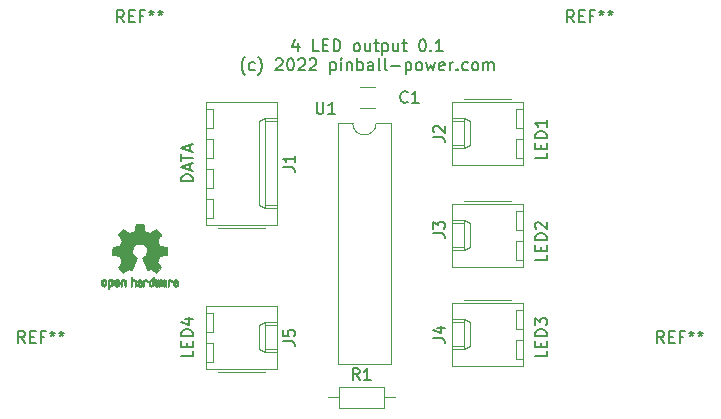
<source format=gbr>
%TF.GenerationSoftware,KiCad,Pcbnew,(6.0.1)*%
%TF.CreationDate,2022-01-30T10:27:47+01:00*%
%TF.ProjectId,4led,346c6564-2e6b-4696-9361-645f70636258,rev?*%
%TF.SameCoordinates,Original*%
%TF.FileFunction,Legend,Top*%
%TF.FilePolarity,Positive*%
%FSLAX46Y46*%
G04 Gerber Fmt 4.6, Leading zero omitted, Abs format (unit mm)*
G04 Created by KiCad (PCBNEW (6.0.1)) date 2022-01-30 10:27:47*
%MOMM*%
%LPD*%
G01*
G04 APERTURE LIST*
%ADD10C,0.150000*%
%ADD11C,0.010000*%
%ADD12C,0.120000*%
G04 APERTURE END LIST*
D10*
X84035047Y-48256714D02*
X84035047Y-48923380D01*
X83796952Y-47875761D02*
X83558857Y-48590047D01*
X84177904Y-48590047D01*
X85796952Y-48923380D02*
X85320761Y-48923380D01*
X85320761Y-47923380D01*
X86130285Y-48399571D02*
X86463619Y-48399571D01*
X86606476Y-48923380D02*
X86130285Y-48923380D01*
X86130285Y-47923380D01*
X86606476Y-47923380D01*
X87035047Y-48923380D02*
X87035047Y-47923380D01*
X87273142Y-47923380D01*
X87416000Y-47971000D01*
X87511238Y-48066238D01*
X87558857Y-48161476D01*
X87606476Y-48351952D01*
X87606476Y-48494809D01*
X87558857Y-48685285D01*
X87511238Y-48780523D01*
X87416000Y-48875761D01*
X87273142Y-48923380D01*
X87035047Y-48923380D01*
X88939809Y-48923380D02*
X88844571Y-48875761D01*
X88796952Y-48828142D01*
X88749333Y-48732904D01*
X88749333Y-48447190D01*
X88796952Y-48351952D01*
X88844571Y-48304333D01*
X88939809Y-48256714D01*
X89082666Y-48256714D01*
X89177904Y-48304333D01*
X89225523Y-48351952D01*
X89273142Y-48447190D01*
X89273142Y-48732904D01*
X89225523Y-48828142D01*
X89177904Y-48875761D01*
X89082666Y-48923380D01*
X88939809Y-48923380D01*
X90130285Y-48256714D02*
X90130285Y-48923380D01*
X89701714Y-48256714D02*
X89701714Y-48780523D01*
X89749333Y-48875761D01*
X89844571Y-48923380D01*
X89987428Y-48923380D01*
X90082666Y-48875761D01*
X90130285Y-48828142D01*
X90463619Y-48256714D02*
X90844571Y-48256714D01*
X90606476Y-47923380D02*
X90606476Y-48780523D01*
X90654095Y-48875761D01*
X90749333Y-48923380D01*
X90844571Y-48923380D01*
X91177904Y-48256714D02*
X91177904Y-49256714D01*
X91177904Y-48304333D02*
X91273142Y-48256714D01*
X91463619Y-48256714D01*
X91558857Y-48304333D01*
X91606476Y-48351952D01*
X91654095Y-48447190D01*
X91654095Y-48732904D01*
X91606476Y-48828142D01*
X91558857Y-48875761D01*
X91463619Y-48923380D01*
X91273142Y-48923380D01*
X91177904Y-48875761D01*
X92511238Y-48256714D02*
X92511238Y-48923380D01*
X92082666Y-48256714D02*
X92082666Y-48780523D01*
X92130285Y-48875761D01*
X92225523Y-48923380D01*
X92368380Y-48923380D01*
X92463619Y-48875761D01*
X92511238Y-48828142D01*
X92844571Y-48256714D02*
X93225523Y-48256714D01*
X92987428Y-47923380D02*
X92987428Y-48780523D01*
X93035047Y-48875761D01*
X93130285Y-48923380D01*
X93225523Y-48923380D01*
X94511238Y-47923380D02*
X94606476Y-47923380D01*
X94701714Y-47971000D01*
X94749333Y-48018619D01*
X94796952Y-48113857D01*
X94844571Y-48304333D01*
X94844571Y-48542428D01*
X94796952Y-48732904D01*
X94749333Y-48828142D01*
X94701714Y-48875761D01*
X94606476Y-48923380D01*
X94511238Y-48923380D01*
X94416000Y-48875761D01*
X94368380Y-48828142D01*
X94320761Y-48732904D01*
X94273142Y-48542428D01*
X94273142Y-48304333D01*
X94320761Y-48113857D01*
X94368380Y-48018619D01*
X94416000Y-47971000D01*
X94511238Y-47923380D01*
X95273142Y-48828142D02*
X95320761Y-48875761D01*
X95273142Y-48923380D01*
X95225523Y-48875761D01*
X95273142Y-48828142D01*
X95273142Y-48923380D01*
X96273142Y-48923380D02*
X95701714Y-48923380D01*
X95987428Y-48923380D02*
X95987428Y-47923380D01*
X95892190Y-48066238D01*
X95796952Y-48161476D01*
X95701714Y-48209095D01*
X79535047Y-50914333D02*
X79487428Y-50866714D01*
X79392190Y-50723857D01*
X79344571Y-50628619D01*
X79296952Y-50485761D01*
X79249333Y-50247666D01*
X79249333Y-50057190D01*
X79296952Y-49819095D01*
X79344571Y-49676238D01*
X79392190Y-49581000D01*
X79487428Y-49438142D01*
X79535047Y-49390523D01*
X80344571Y-50485761D02*
X80249333Y-50533380D01*
X80058857Y-50533380D01*
X79963619Y-50485761D01*
X79916000Y-50438142D01*
X79868380Y-50342904D01*
X79868380Y-50057190D01*
X79916000Y-49961952D01*
X79963619Y-49914333D01*
X80058857Y-49866714D01*
X80249333Y-49866714D01*
X80344571Y-49914333D01*
X80677904Y-50914333D02*
X80725523Y-50866714D01*
X80820761Y-50723857D01*
X80868380Y-50628619D01*
X80916000Y-50485761D01*
X80963619Y-50247666D01*
X80963619Y-50057190D01*
X80916000Y-49819095D01*
X80868380Y-49676238D01*
X80820761Y-49581000D01*
X80725523Y-49438142D01*
X80677904Y-49390523D01*
X82154095Y-49628619D02*
X82201714Y-49581000D01*
X82296952Y-49533380D01*
X82535047Y-49533380D01*
X82630285Y-49581000D01*
X82677904Y-49628619D01*
X82725523Y-49723857D01*
X82725523Y-49819095D01*
X82677904Y-49961952D01*
X82106476Y-50533380D01*
X82725523Y-50533380D01*
X83344571Y-49533380D02*
X83439809Y-49533380D01*
X83535047Y-49581000D01*
X83582666Y-49628619D01*
X83630285Y-49723857D01*
X83677904Y-49914333D01*
X83677904Y-50152428D01*
X83630285Y-50342904D01*
X83582666Y-50438142D01*
X83535047Y-50485761D01*
X83439809Y-50533380D01*
X83344571Y-50533380D01*
X83249333Y-50485761D01*
X83201714Y-50438142D01*
X83154095Y-50342904D01*
X83106476Y-50152428D01*
X83106476Y-49914333D01*
X83154095Y-49723857D01*
X83201714Y-49628619D01*
X83249333Y-49581000D01*
X83344571Y-49533380D01*
X84058857Y-49628619D02*
X84106476Y-49581000D01*
X84201714Y-49533380D01*
X84439809Y-49533380D01*
X84535047Y-49581000D01*
X84582666Y-49628619D01*
X84630285Y-49723857D01*
X84630285Y-49819095D01*
X84582666Y-49961952D01*
X84011238Y-50533380D01*
X84630285Y-50533380D01*
X85011238Y-49628619D02*
X85058857Y-49581000D01*
X85154095Y-49533380D01*
X85392190Y-49533380D01*
X85487428Y-49581000D01*
X85535047Y-49628619D01*
X85582666Y-49723857D01*
X85582666Y-49819095D01*
X85535047Y-49961952D01*
X84963619Y-50533380D01*
X85582666Y-50533380D01*
X86773142Y-49866714D02*
X86773142Y-50866714D01*
X86773142Y-49914333D02*
X86868380Y-49866714D01*
X87058857Y-49866714D01*
X87154095Y-49914333D01*
X87201714Y-49961952D01*
X87249333Y-50057190D01*
X87249333Y-50342904D01*
X87201714Y-50438142D01*
X87154095Y-50485761D01*
X87058857Y-50533380D01*
X86868380Y-50533380D01*
X86773142Y-50485761D01*
X87677904Y-50533380D02*
X87677904Y-49866714D01*
X87677904Y-49533380D02*
X87630285Y-49581000D01*
X87677904Y-49628619D01*
X87725523Y-49581000D01*
X87677904Y-49533380D01*
X87677904Y-49628619D01*
X88154095Y-49866714D02*
X88154095Y-50533380D01*
X88154095Y-49961952D02*
X88201714Y-49914333D01*
X88296952Y-49866714D01*
X88439809Y-49866714D01*
X88535047Y-49914333D01*
X88582666Y-50009571D01*
X88582666Y-50533380D01*
X89058857Y-50533380D02*
X89058857Y-49533380D01*
X89058857Y-49914333D02*
X89154095Y-49866714D01*
X89344571Y-49866714D01*
X89439809Y-49914333D01*
X89487428Y-49961952D01*
X89535047Y-50057190D01*
X89535047Y-50342904D01*
X89487428Y-50438142D01*
X89439809Y-50485761D01*
X89344571Y-50533380D01*
X89154095Y-50533380D01*
X89058857Y-50485761D01*
X90392190Y-50533380D02*
X90392190Y-50009571D01*
X90344571Y-49914333D01*
X90249333Y-49866714D01*
X90058857Y-49866714D01*
X89963619Y-49914333D01*
X90392190Y-50485761D02*
X90296952Y-50533380D01*
X90058857Y-50533380D01*
X89963619Y-50485761D01*
X89916000Y-50390523D01*
X89916000Y-50295285D01*
X89963619Y-50200047D01*
X90058857Y-50152428D01*
X90296952Y-50152428D01*
X90392190Y-50104809D01*
X91011238Y-50533380D02*
X90916000Y-50485761D01*
X90868380Y-50390523D01*
X90868380Y-49533380D01*
X91535047Y-50533380D02*
X91439809Y-50485761D01*
X91392190Y-50390523D01*
X91392190Y-49533380D01*
X91916000Y-50152428D02*
X92677904Y-50152428D01*
X93154095Y-49866714D02*
X93154095Y-50866714D01*
X93154095Y-49914333D02*
X93249333Y-49866714D01*
X93439809Y-49866714D01*
X93535047Y-49914333D01*
X93582666Y-49961952D01*
X93630285Y-50057190D01*
X93630285Y-50342904D01*
X93582666Y-50438142D01*
X93535047Y-50485761D01*
X93439809Y-50533380D01*
X93249333Y-50533380D01*
X93154095Y-50485761D01*
X94201714Y-50533380D02*
X94106476Y-50485761D01*
X94058857Y-50438142D01*
X94011238Y-50342904D01*
X94011238Y-50057190D01*
X94058857Y-49961952D01*
X94106476Y-49914333D01*
X94201714Y-49866714D01*
X94344571Y-49866714D01*
X94439809Y-49914333D01*
X94487428Y-49961952D01*
X94535047Y-50057190D01*
X94535047Y-50342904D01*
X94487428Y-50438142D01*
X94439809Y-50485761D01*
X94344571Y-50533380D01*
X94201714Y-50533380D01*
X94868380Y-49866714D02*
X95058857Y-50533380D01*
X95249333Y-50057190D01*
X95439809Y-50533380D01*
X95630285Y-49866714D01*
X96392190Y-50485761D02*
X96296952Y-50533380D01*
X96106476Y-50533380D01*
X96011238Y-50485761D01*
X95963619Y-50390523D01*
X95963619Y-50009571D01*
X96011238Y-49914333D01*
X96106476Y-49866714D01*
X96296952Y-49866714D01*
X96392190Y-49914333D01*
X96439809Y-50009571D01*
X96439809Y-50104809D01*
X95963619Y-50200047D01*
X96868380Y-50533380D02*
X96868380Y-49866714D01*
X96868380Y-50057190D02*
X96916000Y-49961952D01*
X96963619Y-49914333D01*
X97058857Y-49866714D01*
X97154095Y-49866714D01*
X97487428Y-50438142D02*
X97535047Y-50485761D01*
X97487428Y-50533380D01*
X97439809Y-50485761D01*
X97487428Y-50438142D01*
X97487428Y-50533380D01*
X98392190Y-50485761D02*
X98296952Y-50533380D01*
X98106476Y-50533380D01*
X98011238Y-50485761D01*
X97963619Y-50438142D01*
X97916000Y-50342904D01*
X97916000Y-50057190D01*
X97963619Y-49961952D01*
X98011238Y-49914333D01*
X98106476Y-49866714D01*
X98296952Y-49866714D01*
X98392190Y-49914333D01*
X98963619Y-50533380D02*
X98868380Y-50485761D01*
X98820761Y-50438142D01*
X98773142Y-50342904D01*
X98773142Y-50057190D01*
X98820761Y-49961952D01*
X98868380Y-49914333D01*
X98963619Y-49866714D01*
X99106476Y-49866714D01*
X99201714Y-49914333D01*
X99249333Y-49961952D01*
X99296952Y-50057190D01*
X99296952Y-50342904D01*
X99249333Y-50438142D01*
X99201714Y-50485761D01*
X99106476Y-50533380D01*
X98963619Y-50533380D01*
X99725523Y-50533380D02*
X99725523Y-49866714D01*
X99725523Y-49961952D02*
X99773142Y-49914333D01*
X99868380Y-49866714D01*
X100011238Y-49866714D01*
X100106476Y-49914333D01*
X100154095Y-50009571D01*
X100154095Y-50533380D01*
X100154095Y-50009571D02*
X100201714Y-49914333D01*
X100296952Y-49866714D01*
X100439809Y-49866714D01*
X100535047Y-49914333D01*
X100582666Y-50009571D01*
X100582666Y-50533380D01*
%TO.C,REF\u002A\u002A*%
X60896666Y-73604380D02*
X60563333Y-73128190D01*
X60325238Y-73604380D02*
X60325238Y-72604380D01*
X60706190Y-72604380D01*
X60801428Y-72652000D01*
X60849047Y-72699619D01*
X60896666Y-72794857D01*
X60896666Y-72937714D01*
X60849047Y-73032952D01*
X60801428Y-73080571D01*
X60706190Y-73128190D01*
X60325238Y-73128190D01*
X61325238Y-73080571D02*
X61658571Y-73080571D01*
X61801428Y-73604380D02*
X61325238Y-73604380D01*
X61325238Y-72604380D01*
X61801428Y-72604380D01*
X62563333Y-73080571D02*
X62230000Y-73080571D01*
X62230000Y-73604380D02*
X62230000Y-72604380D01*
X62706190Y-72604380D01*
X63230000Y-72604380D02*
X63230000Y-72842476D01*
X62991904Y-72747238D02*
X63230000Y-72842476D01*
X63468095Y-72747238D01*
X63087142Y-73032952D02*
X63230000Y-72842476D01*
X63372857Y-73032952D01*
X63991904Y-72604380D02*
X63991904Y-72842476D01*
X63753809Y-72747238D02*
X63991904Y-72842476D01*
X64230000Y-72747238D01*
X63849047Y-73032952D02*
X63991904Y-72842476D01*
X64134761Y-73032952D01*
%TO.C,R1*%
X89241333Y-76764380D02*
X88908000Y-76288190D01*
X88669904Y-76764380D02*
X88669904Y-75764380D01*
X89050857Y-75764380D01*
X89146095Y-75812000D01*
X89193714Y-75859619D01*
X89241333Y-75954857D01*
X89241333Y-76097714D01*
X89193714Y-76192952D01*
X89146095Y-76240571D01*
X89050857Y-76288190D01*
X88669904Y-76288190D01*
X90193714Y-76764380D02*
X89622285Y-76764380D01*
X89908000Y-76764380D02*
X89908000Y-75764380D01*
X89812761Y-75907238D01*
X89717523Y-76002476D01*
X89622285Y-76050095D01*
%TO.C,REF\u002A\u002A*%
X107378666Y-46460380D02*
X107045333Y-45984190D01*
X106807238Y-46460380D02*
X106807238Y-45460380D01*
X107188190Y-45460380D01*
X107283428Y-45508000D01*
X107331047Y-45555619D01*
X107378666Y-45650857D01*
X107378666Y-45793714D01*
X107331047Y-45888952D01*
X107283428Y-45936571D01*
X107188190Y-45984190D01*
X106807238Y-45984190D01*
X107807238Y-45936571D02*
X108140571Y-45936571D01*
X108283428Y-46460380D02*
X107807238Y-46460380D01*
X107807238Y-45460380D01*
X108283428Y-45460380D01*
X109045333Y-45936571D02*
X108712000Y-45936571D01*
X108712000Y-46460380D02*
X108712000Y-45460380D01*
X109188190Y-45460380D01*
X109712000Y-45460380D02*
X109712000Y-45698476D01*
X109473904Y-45603238D02*
X109712000Y-45698476D01*
X109950095Y-45603238D01*
X109569142Y-45888952D02*
X109712000Y-45698476D01*
X109854857Y-45888952D01*
X110473904Y-45460380D02*
X110473904Y-45698476D01*
X110235809Y-45603238D02*
X110473904Y-45698476D01*
X110712000Y-45603238D01*
X110331047Y-45888952D02*
X110473904Y-45698476D01*
X110616761Y-45888952D01*
%TO.C,J2*%
X95464380Y-56213333D02*
X96178666Y-56213333D01*
X96321523Y-56260952D01*
X96416761Y-56356190D01*
X96464380Y-56499047D01*
X96464380Y-56594285D01*
X95559619Y-55784761D02*
X95512000Y-55737142D01*
X95464380Y-55641904D01*
X95464380Y-55403809D01*
X95512000Y-55308571D01*
X95559619Y-55260952D01*
X95654857Y-55213333D01*
X95750095Y-55213333D01*
X95892952Y-55260952D01*
X96464380Y-55832380D01*
X96464380Y-55213333D01*
X105100380Y-57507047D02*
X105100380Y-57983238D01*
X104100380Y-57983238D01*
X104576571Y-57173714D02*
X104576571Y-56840380D01*
X105100380Y-56697523D02*
X105100380Y-57173714D01*
X104100380Y-57173714D01*
X104100380Y-56697523D01*
X105100380Y-56268952D02*
X104100380Y-56268952D01*
X104100380Y-56030857D01*
X104148000Y-55888000D01*
X104243238Y-55792761D01*
X104338476Y-55745142D01*
X104528952Y-55697523D01*
X104671809Y-55697523D01*
X104862285Y-55745142D01*
X104957523Y-55792761D01*
X105052761Y-55888000D01*
X105100380Y-56030857D01*
X105100380Y-56268952D01*
X105100380Y-54745142D02*
X105100380Y-55316571D01*
X105100380Y-55030857D02*
X104100380Y-55030857D01*
X104243238Y-55126095D01*
X104338476Y-55221333D01*
X104386095Y-55316571D01*
%TO.C,C1*%
X93305333Y-53189142D02*
X93257714Y-53236761D01*
X93114857Y-53284380D01*
X93019619Y-53284380D01*
X92876761Y-53236761D01*
X92781523Y-53141523D01*
X92733904Y-53046285D01*
X92686285Y-52855809D01*
X92686285Y-52712952D01*
X92733904Y-52522476D01*
X92781523Y-52427238D01*
X92876761Y-52332000D01*
X93019619Y-52284380D01*
X93114857Y-52284380D01*
X93257714Y-52332000D01*
X93305333Y-52379619D01*
X94257714Y-53284380D02*
X93686285Y-53284380D01*
X93972000Y-53284380D02*
X93972000Y-52284380D01*
X93876761Y-52427238D01*
X93781523Y-52522476D01*
X93686285Y-52570095D01*
%TO.C,J5*%
X82764370Y-73485333D02*
X83478656Y-73485333D01*
X83621513Y-73532952D01*
X83716751Y-73628190D01*
X83764370Y-73771047D01*
X83764370Y-73866285D01*
X82764370Y-72532952D02*
X82764370Y-73009142D01*
X83240561Y-73056761D01*
X83192942Y-73009142D01*
X83145323Y-72913904D01*
X83145323Y-72675809D01*
X83192942Y-72580571D01*
X83240561Y-72532952D01*
X83335799Y-72485333D01*
X83573894Y-72485333D01*
X83669132Y-72532952D01*
X83716751Y-72580571D01*
X83764370Y-72675809D01*
X83764370Y-72913904D01*
X83716751Y-73009142D01*
X83669132Y-73056761D01*
X75128380Y-74271047D02*
X75128380Y-74747238D01*
X74128380Y-74747238D01*
X74604571Y-73937714D02*
X74604571Y-73604380D01*
X75128380Y-73461523D02*
X75128380Y-73937714D01*
X74128380Y-73937714D01*
X74128380Y-73461523D01*
X75128380Y-73032952D02*
X74128380Y-73032952D01*
X74128380Y-72794857D01*
X74176000Y-72652000D01*
X74271238Y-72556761D01*
X74366476Y-72509142D01*
X74556952Y-72461523D01*
X74699809Y-72461523D01*
X74890285Y-72509142D01*
X74985523Y-72556761D01*
X75080761Y-72652000D01*
X75128380Y-72794857D01*
X75128380Y-73032952D01*
X74461714Y-71604380D02*
X75128380Y-71604380D01*
X74080761Y-71842476D02*
X74795047Y-72080571D01*
X74795047Y-71461523D01*
%TO.C,J4*%
X95464380Y-73231333D02*
X96178666Y-73231333D01*
X96321523Y-73278952D01*
X96416761Y-73374190D01*
X96464380Y-73517047D01*
X96464380Y-73612285D01*
X95797714Y-72326571D02*
X96464380Y-72326571D01*
X95416761Y-72564666D02*
X96131047Y-72802761D01*
X96131047Y-72183714D01*
X105100380Y-74271047D02*
X105100380Y-74747238D01*
X104100380Y-74747238D01*
X104576571Y-73937714D02*
X104576571Y-73604380D01*
X105100380Y-73461523D02*
X105100380Y-73937714D01*
X104100380Y-73937714D01*
X104100380Y-73461523D01*
X105100380Y-73032952D02*
X104100380Y-73032952D01*
X104100380Y-72794857D01*
X104148000Y-72652000D01*
X104243238Y-72556761D01*
X104338476Y-72509142D01*
X104528952Y-72461523D01*
X104671809Y-72461523D01*
X104862285Y-72509142D01*
X104957523Y-72556761D01*
X105052761Y-72652000D01*
X105100380Y-72794857D01*
X105100380Y-73032952D01*
X104100380Y-72128190D02*
X104100380Y-71509142D01*
X104481333Y-71842476D01*
X104481333Y-71699619D01*
X104528952Y-71604380D01*
X104576571Y-71556761D01*
X104671809Y-71509142D01*
X104909904Y-71509142D01*
X105005142Y-71556761D01*
X105052761Y-71604380D01*
X105100380Y-71699619D01*
X105100380Y-71985333D01*
X105052761Y-72080571D01*
X105005142Y-72128190D01*
%TO.C,REF\u002A\u002A*%
X114998666Y-73604380D02*
X114665333Y-73128190D01*
X114427238Y-73604380D02*
X114427238Y-72604380D01*
X114808190Y-72604380D01*
X114903428Y-72652000D01*
X114951047Y-72699619D01*
X114998666Y-72794857D01*
X114998666Y-72937714D01*
X114951047Y-73032952D01*
X114903428Y-73080571D01*
X114808190Y-73128190D01*
X114427238Y-73128190D01*
X115427238Y-73080571D02*
X115760571Y-73080571D01*
X115903428Y-73604380D02*
X115427238Y-73604380D01*
X115427238Y-72604380D01*
X115903428Y-72604380D01*
X116665333Y-73080571D02*
X116332000Y-73080571D01*
X116332000Y-73604380D02*
X116332000Y-72604380D01*
X116808190Y-72604380D01*
X117332000Y-72604380D02*
X117332000Y-72842476D01*
X117093904Y-72747238D02*
X117332000Y-72842476D01*
X117570095Y-72747238D01*
X117189142Y-73032952D02*
X117332000Y-72842476D01*
X117474857Y-73032952D01*
X118093904Y-72604380D02*
X118093904Y-72842476D01*
X117855809Y-72747238D02*
X118093904Y-72842476D01*
X118332000Y-72747238D01*
X117951047Y-73032952D02*
X118093904Y-72842476D01*
X118236761Y-73032952D01*
%TO.C,J3*%
X95464380Y-64341333D02*
X96178666Y-64341333D01*
X96321523Y-64388952D01*
X96416761Y-64484190D01*
X96464380Y-64627047D01*
X96464380Y-64722285D01*
X95464380Y-63960380D02*
X95464380Y-63341333D01*
X95845333Y-63674666D01*
X95845333Y-63531809D01*
X95892952Y-63436571D01*
X95940571Y-63388952D01*
X96035809Y-63341333D01*
X96273904Y-63341333D01*
X96369142Y-63388952D01*
X96416761Y-63436571D01*
X96464380Y-63531809D01*
X96464380Y-63817523D01*
X96416761Y-63912761D01*
X96369142Y-63960380D01*
X105100380Y-66143047D02*
X105100380Y-66619238D01*
X104100380Y-66619238D01*
X104576571Y-65809714D02*
X104576571Y-65476380D01*
X105100380Y-65333523D02*
X105100380Y-65809714D01*
X104100380Y-65809714D01*
X104100380Y-65333523D01*
X105100380Y-64904952D02*
X104100380Y-64904952D01*
X104100380Y-64666857D01*
X104148000Y-64524000D01*
X104243238Y-64428761D01*
X104338476Y-64381142D01*
X104528952Y-64333523D01*
X104671809Y-64333523D01*
X104862285Y-64381142D01*
X104957523Y-64428761D01*
X105052761Y-64524000D01*
X105100380Y-64666857D01*
X105100380Y-64904952D01*
X104195619Y-63952571D02*
X104148000Y-63904952D01*
X104100380Y-63809714D01*
X104100380Y-63571619D01*
X104148000Y-63476380D01*
X104195619Y-63428761D01*
X104290857Y-63381142D01*
X104386095Y-63381142D01*
X104528952Y-63428761D01*
X105100380Y-64000190D01*
X105100380Y-63381142D01*
%TO.C,J1*%
X82764380Y-58753333D02*
X83478666Y-58753333D01*
X83621523Y-58800952D01*
X83716761Y-58896190D01*
X83764380Y-59039047D01*
X83764380Y-59134285D01*
X83764380Y-57753333D02*
X83764380Y-58324761D01*
X83764380Y-58039047D02*
X82764380Y-58039047D01*
X82907238Y-58134285D01*
X83002476Y-58229523D01*
X83050095Y-58324761D01*
X75128380Y-59920000D02*
X74128380Y-59920000D01*
X74128380Y-59681904D01*
X74176000Y-59539047D01*
X74271238Y-59443809D01*
X74366476Y-59396190D01*
X74556952Y-59348571D01*
X74699809Y-59348571D01*
X74890285Y-59396190D01*
X74985523Y-59443809D01*
X75080761Y-59539047D01*
X75128380Y-59681904D01*
X75128380Y-59920000D01*
X74842666Y-58967619D02*
X74842666Y-58491428D01*
X75128380Y-59062857D02*
X74128380Y-58729523D01*
X75128380Y-58396190D01*
X74128380Y-58205714D02*
X74128380Y-57634285D01*
X75128380Y-57920000D02*
X74128380Y-57920000D01*
X74842666Y-57348571D02*
X74842666Y-56872380D01*
X75128380Y-57443809D02*
X74128380Y-57110476D01*
X75128380Y-56777142D01*
%TO.C,REF\u002A\u002A*%
X69278666Y-46460380D02*
X68945333Y-45984190D01*
X68707238Y-46460380D02*
X68707238Y-45460380D01*
X69088190Y-45460380D01*
X69183428Y-45508000D01*
X69231047Y-45555619D01*
X69278666Y-45650857D01*
X69278666Y-45793714D01*
X69231047Y-45888952D01*
X69183428Y-45936571D01*
X69088190Y-45984190D01*
X68707238Y-45984190D01*
X69707238Y-45936571D02*
X70040571Y-45936571D01*
X70183428Y-46460380D02*
X69707238Y-46460380D01*
X69707238Y-45460380D01*
X70183428Y-45460380D01*
X70945333Y-45936571D02*
X70612000Y-45936571D01*
X70612000Y-46460380D02*
X70612000Y-45460380D01*
X71088190Y-45460380D01*
X71612000Y-45460380D02*
X71612000Y-45698476D01*
X71373904Y-45603238D02*
X71612000Y-45698476D01*
X71850095Y-45603238D01*
X71469142Y-45888952D02*
X71612000Y-45698476D01*
X71754857Y-45888952D01*
X72373904Y-45460380D02*
X72373904Y-45698476D01*
X72135809Y-45603238D02*
X72373904Y-45698476D01*
X72612000Y-45603238D01*
X72231047Y-45888952D02*
X72373904Y-45698476D01*
X72516761Y-45888952D01*
%TO.C,U1*%
X85598095Y-53204380D02*
X85598095Y-54013904D01*
X85645714Y-54109142D01*
X85693333Y-54156761D01*
X85788571Y-54204380D01*
X85979047Y-54204380D01*
X86074285Y-54156761D01*
X86121904Y-54109142D01*
X86169523Y-54013904D01*
X86169523Y-53204380D01*
X87169523Y-54204380D02*
X86598095Y-54204380D01*
X86883809Y-54204380D02*
X86883809Y-53204380D01*
X86788571Y-53347238D01*
X86693333Y-53442476D01*
X86598095Y-53490095D01*
D11*
%TO.C,REF\u002A\u002A*%
X72391833Y-68252663D02*
X72394048Y-68290850D01*
X72394048Y-68290850D02*
X72395784Y-68348886D01*
X72395784Y-68348886D02*
X72396899Y-68422180D01*
X72396899Y-68422180D02*
X72397257Y-68499055D01*
X72397257Y-68499055D02*
X72397257Y-68759196D01*
X72397257Y-68759196D02*
X72351326Y-68805127D01*
X72351326Y-68805127D02*
X72319675Y-68833429D01*
X72319675Y-68833429D02*
X72291890Y-68844893D01*
X72291890Y-68844893D02*
X72253915Y-68844168D01*
X72253915Y-68844168D02*
X72238840Y-68842321D01*
X72238840Y-68842321D02*
X72191726Y-68836948D01*
X72191726Y-68836948D02*
X72152756Y-68833869D01*
X72152756Y-68833869D02*
X72143257Y-68833585D01*
X72143257Y-68833585D02*
X72111233Y-68835445D01*
X72111233Y-68835445D02*
X72065432Y-68840114D01*
X72065432Y-68840114D02*
X72047674Y-68842321D01*
X72047674Y-68842321D02*
X72004057Y-68845735D01*
X72004057Y-68845735D02*
X71974745Y-68838320D01*
X71974745Y-68838320D02*
X71945680Y-68815427D01*
X71945680Y-68815427D02*
X71935188Y-68805127D01*
X71935188Y-68805127D02*
X71889257Y-68759196D01*
X71889257Y-68759196D02*
X71889257Y-68272602D01*
X71889257Y-68272602D02*
X71926226Y-68255758D01*
X71926226Y-68255758D02*
X71958059Y-68243282D01*
X71958059Y-68243282D02*
X71976683Y-68238914D01*
X71976683Y-68238914D02*
X71981458Y-68252718D01*
X71981458Y-68252718D02*
X71985921Y-68291286D01*
X71985921Y-68291286D02*
X71989775Y-68350356D01*
X71989775Y-68350356D02*
X71992722Y-68425663D01*
X71992722Y-68425663D02*
X71994143Y-68489286D01*
X71994143Y-68489286D02*
X71998114Y-68739657D01*
X71998114Y-68739657D02*
X72032759Y-68744556D01*
X72032759Y-68744556D02*
X72064268Y-68741131D01*
X72064268Y-68741131D02*
X72079708Y-68730041D01*
X72079708Y-68730041D02*
X72084023Y-68709308D01*
X72084023Y-68709308D02*
X72087708Y-68665145D01*
X72087708Y-68665145D02*
X72090469Y-68603146D01*
X72090469Y-68603146D02*
X72092012Y-68528909D01*
X72092012Y-68528909D02*
X72092235Y-68490706D01*
X72092235Y-68490706D02*
X72092457Y-68270783D01*
X72092457Y-68270783D02*
X72138166Y-68254849D01*
X72138166Y-68254849D02*
X72170518Y-68244015D01*
X72170518Y-68244015D02*
X72188115Y-68238962D01*
X72188115Y-68238962D02*
X72188623Y-68238914D01*
X72188623Y-68238914D02*
X72190388Y-68252648D01*
X72190388Y-68252648D02*
X72192329Y-68290730D01*
X72192329Y-68290730D02*
X72194282Y-68348482D01*
X72194282Y-68348482D02*
X72196084Y-68421227D01*
X72196084Y-68421227D02*
X72197343Y-68489286D01*
X72197343Y-68489286D02*
X72201314Y-68739657D01*
X72201314Y-68739657D02*
X72288400Y-68739657D01*
X72288400Y-68739657D02*
X72292396Y-68511240D01*
X72292396Y-68511240D02*
X72296392Y-68282822D01*
X72296392Y-68282822D02*
X72338847Y-68260868D01*
X72338847Y-68260868D02*
X72370192Y-68245793D01*
X72370192Y-68245793D02*
X72388744Y-68238951D01*
X72388744Y-68238951D02*
X72389279Y-68238914D01*
X72389279Y-68238914D02*
X72391833Y-68252663D01*
X72391833Y-68252663D02*
X72391833Y-68252663D01*
G36*
X72391833Y-68252663D02*
G01*
X72394048Y-68290850D01*
X72395784Y-68348886D01*
X72396899Y-68422180D01*
X72397257Y-68499055D01*
X72397257Y-68759196D01*
X72351326Y-68805127D01*
X72319675Y-68833429D01*
X72291890Y-68844893D01*
X72253915Y-68844168D01*
X72238840Y-68842321D01*
X72191726Y-68836948D01*
X72152756Y-68833869D01*
X72143257Y-68833585D01*
X72111233Y-68835445D01*
X72065432Y-68840114D01*
X72047674Y-68842321D01*
X72004057Y-68845735D01*
X71974745Y-68838320D01*
X71945680Y-68815427D01*
X71935188Y-68805127D01*
X71889257Y-68759196D01*
X71889257Y-68272602D01*
X71926226Y-68255758D01*
X71958059Y-68243282D01*
X71976683Y-68238914D01*
X71981458Y-68252718D01*
X71985921Y-68291286D01*
X71989775Y-68350356D01*
X71992722Y-68425663D01*
X71994143Y-68489286D01*
X71998114Y-68739657D01*
X72032759Y-68744556D01*
X72064268Y-68741131D01*
X72079708Y-68730041D01*
X72084023Y-68709308D01*
X72087708Y-68665145D01*
X72090469Y-68603146D01*
X72092012Y-68528909D01*
X72092235Y-68490706D01*
X72092457Y-68270783D01*
X72138166Y-68254849D01*
X72170518Y-68244015D01*
X72188115Y-68238962D01*
X72188623Y-68238914D01*
X72190388Y-68252648D01*
X72192329Y-68290730D01*
X72194282Y-68348482D01*
X72196084Y-68421227D01*
X72197343Y-68489286D01*
X72201314Y-68739657D01*
X72288400Y-68739657D01*
X72292396Y-68511240D01*
X72296392Y-68282822D01*
X72338847Y-68260868D01*
X72370192Y-68245793D01*
X72388744Y-68238951D01*
X72389279Y-68238914D01*
X72391833Y-68252663D01*
G37*
X72391833Y-68252663D02*
X72394048Y-68290850D01*
X72395784Y-68348886D01*
X72396899Y-68422180D01*
X72397257Y-68499055D01*
X72397257Y-68759196D01*
X72351326Y-68805127D01*
X72319675Y-68833429D01*
X72291890Y-68844893D01*
X72253915Y-68844168D01*
X72238840Y-68842321D01*
X72191726Y-68836948D01*
X72152756Y-68833869D01*
X72143257Y-68833585D01*
X72111233Y-68835445D01*
X72065432Y-68840114D01*
X72047674Y-68842321D01*
X72004057Y-68845735D01*
X71974745Y-68838320D01*
X71945680Y-68815427D01*
X71935188Y-68805127D01*
X71889257Y-68759196D01*
X71889257Y-68272602D01*
X71926226Y-68255758D01*
X71958059Y-68243282D01*
X71976683Y-68238914D01*
X71981458Y-68252718D01*
X71985921Y-68291286D01*
X71989775Y-68350356D01*
X71992722Y-68425663D01*
X71994143Y-68489286D01*
X71998114Y-68739657D01*
X72032759Y-68744556D01*
X72064268Y-68741131D01*
X72079708Y-68730041D01*
X72084023Y-68709308D01*
X72087708Y-68665145D01*
X72090469Y-68603146D01*
X72092012Y-68528909D01*
X72092235Y-68490706D01*
X72092457Y-68270783D01*
X72138166Y-68254849D01*
X72170518Y-68244015D01*
X72188115Y-68238962D01*
X72188623Y-68238914D01*
X72190388Y-68252648D01*
X72192329Y-68290730D01*
X72194282Y-68348482D01*
X72196084Y-68421227D01*
X72197343Y-68489286D01*
X72201314Y-68739657D01*
X72288400Y-68739657D01*
X72292396Y-68511240D01*
X72296392Y-68282822D01*
X72338847Y-68260868D01*
X72370192Y-68245793D01*
X72388744Y-68238951D01*
X72389279Y-68238914D01*
X72391833Y-68252663D01*
X67653115Y-68215962D02*
X67721145Y-68251733D01*
X67721145Y-68251733D02*
X67771351Y-68309301D01*
X67771351Y-68309301D02*
X67789185Y-68346312D01*
X67789185Y-68346312D02*
X67803063Y-68401882D01*
X67803063Y-68401882D02*
X67810167Y-68472096D01*
X67810167Y-68472096D02*
X67810840Y-68548727D01*
X67810840Y-68548727D02*
X67805427Y-68623552D01*
X67805427Y-68623552D02*
X67794270Y-68688342D01*
X67794270Y-68688342D02*
X67777714Y-68734873D01*
X67777714Y-68734873D02*
X67772626Y-68742887D01*
X67772626Y-68742887D02*
X67712355Y-68802707D01*
X67712355Y-68802707D02*
X67640769Y-68838535D01*
X67640769Y-68838535D02*
X67563092Y-68849020D01*
X67563092Y-68849020D02*
X67484548Y-68832810D01*
X67484548Y-68832810D02*
X67462689Y-68823092D01*
X67462689Y-68823092D02*
X67420122Y-68793143D01*
X67420122Y-68793143D02*
X67382763Y-68753433D01*
X67382763Y-68753433D02*
X67379232Y-68748397D01*
X67379232Y-68748397D02*
X67364881Y-68724124D01*
X67364881Y-68724124D02*
X67355394Y-68698178D01*
X67355394Y-68698178D02*
X67349790Y-68664022D01*
X67349790Y-68664022D02*
X67347086Y-68615119D01*
X67347086Y-68615119D02*
X67346299Y-68544935D01*
X67346299Y-68544935D02*
X67346286Y-68529200D01*
X67346286Y-68529200D02*
X67346322Y-68524192D01*
X67346322Y-68524192D02*
X67491429Y-68524192D01*
X67491429Y-68524192D02*
X67492273Y-68590430D01*
X67492273Y-68590430D02*
X67495596Y-68634386D01*
X67495596Y-68634386D02*
X67502583Y-68662779D01*
X67502583Y-68662779D02*
X67514416Y-68682325D01*
X67514416Y-68682325D02*
X67520457Y-68688857D01*
X67520457Y-68688857D02*
X67555186Y-68713680D01*
X67555186Y-68713680D02*
X67588903Y-68712548D01*
X67588903Y-68712548D02*
X67622995Y-68691016D01*
X67622995Y-68691016D02*
X67643329Y-68668029D01*
X67643329Y-68668029D02*
X67655371Y-68634478D01*
X67655371Y-68634478D02*
X67662134Y-68581569D01*
X67662134Y-68581569D02*
X67662598Y-68575399D01*
X67662598Y-68575399D02*
X67663752Y-68479513D01*
X67663752Y-68479513D02*
X67651688Y-68408299D01*
X67651688Y-68408299D02*
X67626570Y-68362194D01*
X67626570Y-68362194D02*
X67588560Y-68341635D01*
X67588560Y-68341635D02*
X67574992Y-68340514D01*
X67574992Y-68340514D02*
X67539364Y-68346152D01*
X67539364Y-68346152D02*
X67514994Y-68365686D01*
X67514994Y-68365686D02*
X67500093Y-68403042D01*
X67500093Y-68403042D02*
X67492875Y-68462150D01*
X67492875Y-68462150D02*
X67491429Y-68524192D01*
X67491429Y-68524192D02*
X67346322Y-68524192D01*
X67346322Y-68524192D02*
X67346826Y-68454413D01*
X67346826Y-68454413D02*
X67349096Y-68402159D01*
X67349096Y-68402159D02*
X67354068Y-68365949D01*
X67354068Y-68365949D02*
X67362713Y-68339299D01*
X67362713Y-68339299D02*
X67376005Y-68315722D01*
X67376005Y-68315722D02*
X67378943Y-68311338D01*
X67378943Y-68311338D02*
X67428313Y-68252249D01*
X67428313Y-68252249D02*
X67482109Y-68217947D01*
X67482109Y-68217947D02*
X67547602Y-68204331D01*
X67547602Y-68204331D02*
X67569842Y-68203665D01*
X67569842Y-68203665D02*
X67653115Y-68215962D01*
X67653115Y-68215962D02*
X67653115Y-68215962D01*
G36*
X67349096Y-68402159D02*
G01*
X67354068Y-68365949D01*
X67362713Y-68339299D01*
X67376005Y-68315722D01*
X67378943Y-68311338D01*
X67428313Y-68252249D01*
X67482109Y-68217947D01*
X67547602Y-68204331D01*
X67569842Y-68203665D01*
X67653115Y-68215962D01*
X67721145Y-68251733D01*
X67771351Y-68309301D01*
X67789185Y-68346312D01*
X67803063Y-68401882D01*
X67810167Y-68472096D01*
X67810840Y-68548727D01*
X67805427Y-68623552D01*
X67794270Y-68688342D01*
X67777714Y-68734873D01*
X67772626Y-68742887D01*
X67712355Y-68802707D01*
X67640769Y-68838535D01*
X67563092Y-68849020D01*
X67484548Y-68832810D01*
X67462689Y-68823092D01*
X67420122Y-68793143D01*
X67382763Y-68753433D01*
X67379232Y-68748397D01*
X67364881Y-68724124D01*
X67355394Y-68698178D01*
X67349790Y-68664022D01*
X67347086Y-68615119D01*
X67346299Y-68544935D01*
X67346286Y-68529200D01*
X67346322Y-68524192D01*
X67491429Y-68524192D01*
X67492273Y-68590430D01*
X67495596Y-68634386D01*
X67502583Y-68662779D01*
X67514416Y-68682325D01*
X67520457Y-68688857D01*
X67555186Y-68713680D01*
X67588903Y-68712548D01*
X67622995Y-68691016D01*
X67643329Y-68668029D01*
X67655371Y-68634478D01*
X67662134Y-68581569D01*
X67662598Y-68575399D01*
X67663752Y-68479513D01*
X67651688Y-68408299D01*
X67626570Y-68362194D01*
X67588560Y-68341635D01*
X67574992Y-68340514D01*
X67539364Y-68346152D01*
X67514994Y-68365686D01*
X67500093Y-68403042D01*
X67492875Y-68462150D01*
X67491429Y-68524192D01*
X67346322Y-68524192D01*
X67346826Y-68454413D01*
X67349096Y-68402159D01*
G37*
X67349096Y-68402159D02*
X67354068Y-68365949D01*
X67362713Y-68339299D01*
X67376005Y-68315722D01*
X67378943Y-68311338D01*
X67428313Y-68252249D01*
X67482109Y-68217947D01*
X67547602Y-68204331D01*
X67569842Y-68203665D01*
X67653115Y-68215962D01*
X67721145Y-68251733D01*
X67771351Y-68309301D01*
X67789185Y-68346312D01*
X67803063Y-68401882D01*
X67810167Y-68472096D01*
X67810840Y-68548727D01*
X67805427Y-68623552D01*
X67794270Y-68688342D01*
X67777714Y-68734873D01*
X67772626Y-68742887D01*
X67712355Y-68802707D01*
X67640769Y-68838535D01*
X67563092Y-68849020D01*
X67484548Y-68832810D01*
X67462689Y-68823092D01*
X67420122Y-68793143D01*
X67382763Y-68753433D01*
X67379232Y-68748397D01*
X67364881Y-68724124D01*
X67355394Y-68698178D01*
X67349790Y-68664022D01*
X67347086Y-68615119D01*
X67346299Y-68544935D01*
X67346286Y-68529200D01*
X67346322Y-68524192D01*
X67491429Y-68524192D01*
X67492273Y-68590430D01*
X67495596Y-68634386D01*
X67502583Y-68662779D01*
X67514416Y-68682325D01*
X67520457Y-68688857D01*
X67555186Y-68713680D01*
X67588903Y-68712548D01*
X67622995Y-68691016D01*
X67643329Y-68668029D01*
X67655371Y-68634478D01*
X67662134Y-68581569D01*
X67662598Y-68575399D01*
X67663752Y-68479513D01*
X67651688Y-68408299D01*
X67626570Y-68362194D01*
X67588560Y-68341635D01*
X67574992Y-68340514D01*
X67539364Y-68346152D01*
X67514994Y-68365686D01*
X67500093Y-68403042D01*
X67492875Y-68462150D01*
X67491429Y-68524192D01*
X67346322Y-68524192D01*
X67346826Y-68454413D01*
X67349096Y-68402159D01*
X73765595Y-68260966D02*
X73823021Y-68298497D01*
X73823021Y-68298497D02*
X73850719Y-68332096D01*
X73850719Y-68332096D02*
X73872662Y-68393064D01*
X73872662Y-68393064D02*
X73874405Y-68441308D01*
X73874405Y-68441308D02*
X73870457Y-68505816D01*
X73870457Y-68505816D02*
X73721686Y-68570934D01*
X73721686Y-68570934D02*
X73649349Y-68604202D01*
X73649349Y-68604202D02*
X73602084Y-68630964D01*
X73602084Y-68630964D02*
X73577507Y-68654144D01*
X73577507Y-68654144D02*
X73573237Y-68676667D01*
X73573237Y-68676667D02*
X73586889Y-68701455D01*
X73586889Y-68701455D02*
X73601943Y-68717886D01*
X73601943Y-68717886D02*
X73645746Y-68744235D01*
X73645746Y-68744235D02*
X73693389Y-68746081D01*
X73693389Y-68746081D02*
X73737145Y-68725546D01*
X73737145Y-68725546D02*
X73769289Y-68684752D01*
X73769289Y-68684752D02*
X73775038Y-68670347D01*
X73775038Y-68670347D02*
X73802576Y-68625356D01*
X73802576Y-68625356D02*
X73834258Y-68606182D01*
X73834258Y-68606182D02*
X73877714Y-68589779D01*
X73877714Y-68589779D02*
X73877714Y-68651966D01*
X73877714Y-68651966D02*
X73873872Y-68694283D01*
X73873872Y-68694283D02*
X73858823Y-68729969D01*
X73858823Y-68729969D02*
X73827280Y-68770943D01*
X73827280Y-68770943D02*
X73822592Y-68776267D01*
X73822592Y-68776267D02*
X73787506Y-68812720D01*
X73787506Y-68812720D02*
X73757347Y-68832283D01*
X73757347Y-68832283D02*
X73719615Y-68841283D01*
X73719615Y-68841283D02*
X73688335Y-68844230D01*
X73688335Y-68844230D02*
X73632385Y-68844965D01*
X73632385Y-68844965D02*
X73592555Y-68835660D01*
X73592555Y-68835660D02*
X73567708Y-68821846D01*
X73567708Y-68821846D02*
X73528656Y-68791467D01*
X73528656Y-68791467D02*
X73501625Y-68758613D01*
X73501625Y-68758613D02*
X73484517Y-68717294D01*
X73484517Y-68717294D02*
X73475238Y-68661521D01*
X73475238Y-68661521D02*
X73471693Y-68585305D01*
X73471693Y-68585305D02*
X73471410Y-68546622D01*
X73471410Y-68546622D02*
X73472372Y-68500247D01*
X73472372Y-68500247D02*
X73560007Y-68500247D01*
X73560007Y-68500247D02*
X73561023Y-68525126D01*
X73561023Y-68525126D02*
X73563556Y-68529200D01*
X73563556Y-68529200D02*
X73580274Y-68523665D01*
X73580274Y-68523665D02*
X73616249Y-68509017D01*
X73616249Y-68509017D02*
X73664331Y-68488190D01*
X73664331Y-68488190D02*
X73674386Y-68483714D01*
X73674386Y-68483714D02*
X73735152Y-68452814D01*
X73735152Y-68452814D02*
X73768632Y-68425657D01*
X73768632Y-68425657D02*
X73775990Y-68400220D01*
X73775990Y-68400220D02*
X73758391Y-68374481D01*
X73758391Y-68374481D02*
X73743856Y-68363109D01*
X73743856Y-68363109D02*
X73691410Y-68340364D01*
X73691410Y-68340364D02*
X73642322Y-68344122D01*
X73642322Y-68344122D02*
X73601227Y-68371884D01*
X73601227Y-68371884D02*
X73572758Y-68421152D01*
X73572758Y-68421152D02*
X73563631Y-68460257D01*
X73563631Y-68460257D02*
X73560007Y-68500247D01*
X73560007Y-68500247D02*
X73472372Y-68500247D01*
X73472372Y-68500247D02*
X73473285Y-68456249D01*
X73473285Y-68456249D02*
X73480196Y-68389384D01*
X73480196Y-68389384D02*
X73493884Y-68340695D01*
X73493884Y-68340695D02*
X73516096Y-68304849D01*
X73516096Y-68304849D02*
X73548574Y-68276513D01*
X73548574Y-68276513D02*
X73562733Y-68267355D01*
X73562733Y-68267355D02*
X73627053Y-68243507D01*
X73627053Y-68243507D02*
X73697473Y-68242006D01*
X73697473Y-68242006D02*
X73765595Y-68260966D01*
X73765595Y-68260966D02*
X73765595Y-68260966D01*
G36*
X73480196Y-68389384D02*
G01*
X73493884Y-68340695D01*
X73516096Y-68304849D01*
X73548574Y-68276513D01*
X73562733Y-68267355D01*
X73627053Y-68243507D01*
X73697473Y-68242006D01*
X73765595Y-68260966D01*
X73823021Y-68298497D01*
X73850719Y-68332096D01*
X73872662Y-68393064D01*
X73874405Y-68441308D01*
X73870457Y-68505816D01*
X73721686Y-68570934D01*
X73649349Y-68604202D01*
X73602084Y-68630964D01*
X73577507Y-68654144D01*
X73573237Y-68676667D01*
X73586889Y-68701455D01*
X73601943Y-68717886D01*
X73645746Y-68744235D01*
X73693389Y-68746081D01*
X73737145Y-68725546D01*
X73769289Y-68684752D01*
X73775038Y-68670347D01*
X73802576Y-68625356D01*
X73834258Y-68606182D01*
X73877714Y-68589779D01*
X73877714Y-68651966D01*
X73873872Y-68694283D01*
X73858823Y-68729969D01*
X73827280Y-68770943D01*
X73822592Y-68776267D01*
X73787506Y-68812720D01*
X73757347Y-68832283D01*
X73719615Y-68841283D01*
X73688335Y-68844230D01*
X73632385Y-68844965D01*
X73592555Y-68835660D01*
X73567708Y-68821846D01*
X73528656Y-68791467D01*
X73501625Y-68758613D01*
X73484517Y-68717294D01*
X73475238Y-68661521D01*
X73471693Y-68585305D01*
X73471410Y-68546622D01*
X73472372Y-68500247D01*
X73560007Y-68500247D01*
X73561023Y-68525126D01*
X73563556Y-68529200D01*
X73580274Y-68523665D01*
X73616249Y-68509017D01*
X73664331Y-68488190D01*
X73674386Y-68483714D01*
X73735152Y-68452814D01*
X73768632Y-68425657D01*
X73775990Y-68400220D01*
X73758391Y-68374481D01*
X73743856Y-68363109D01*
X73691410Y-68340364D01*
X73642322Y-68344122D01*
X73601227Y-68371884D01*
X73572758Y-68421152D01*
X73563631Y-68460257D01*
X73560007Y-68500247D01*
X73472372Y-68500247D01*
X73473285Y-68456249D01*
X73480196Y-68389384D01*
G37*
X73480196Y-68389384D02*
X73493884Y-68340695D01*
X73516096Y-68304849D01*
X73548574Y-68276513D01*
X73562733Y-68267355D01*
X73627053Y-68243507D01*
X73697473Y-68242006D01*
X73765595Y-68260966D01*
X73823021Y-68298497D01*
X73850719Y-68332096D01*
X73872662Y-68393064D01*
X73874405Y-68441308D01*
X73870457Y-68505816D01*
X73721686Y-68570934D01*
X73649349Y-68604202D01*
X73602084Y-68630964D01*
X73577507Y-68654144D01*
X73573237Y-68676667D01*
X73586889Y-68701455D01*
X73601943Y-68717886D01*
X73645746Y-68744235D01*
X73693389Y-68746081D01*
X73737145Y-68725546D01*
X73769289Y-68684752D01*
X73775038Y-68670347D01*
X73802576Y-68625356D01*
X73834258Y-68606182D01*
X73877714Y-68589779D01*
X73877714Y-68651966D01*
X73873872Y-68694283D01*
X73858823Y-68729969D01*
X73827280Y-68770943D01*
X73822592Y-68776267D01*
X73787506Y-68812720D01*
X73757347Y-68832283D01*
X73719615Y-68841283D01*
X73688335Y-68844230D01*
X73632385Y-68844965D01*
X73592555Y-68835660D01*
X73567708Y-68821846D01*
X73528656Y-68791467D01*
X73501625Y-68758613D01*
X73484517Y-68717294D01*
X73475238Y-68661521D01*
X73471693Y-68585305D01*
X73471410Y-68546622D01*
X73472372Y-68500247D01*
X73560007Y-68500247D01*
X73561023Y-68525126D01*
X73563556Y-68529200D01*
X73580274Y-68523665D01*
X73616249Y-68509017D01*
X73664331Y-68488190D01*
X73674386Y-68483714D01*
X73735152Y-68452814D01*
X73768632Y-68425657D01*
X73775990Y-68400220D01*
X73758391Y-68374481D01*
X73743856Y-68363109D01*
X73691410Y-68340364D01*
X73642322Y-68344122D01*
X73601227Y-68371884D01*
X73572758Y-68421152D01*
X73563631Y-68460257D01*
X73560007Y-68500247D01*
X73472372Y-68500247D01*
X73473285Y-68456249D01*
X73480196Y-68389384D01*
X69328093Y-68221780D02*
X69374672Y-68248723D01*
X69374672Y-68248723D02*
X69407057Y-68275466D01*
X69407057Y-68275466D02*
X69430742Y-68303484D01*
X69430742Y-68303484D02*
X69447059Y-68337748D01*
X69447059Y-68337748D02*
X69457339Y-68383227D01*
X69457339Y-68383227D02*
X69462914Y-68444892D01*
X69462914Y-68444892D02*
X69465116Y-68527711D01*
X69465116Y-68527711D02*
X69465371Y-68587246D01*
X69465371Y-68587246D02*
X69465371Y-68806391D01*
X69465371Y-68806391D02*
X69403686Y-68834044D01*
X69403686Y-68834044D02*
X69342000Y-68861697D01*
X69342000Y-68861697D02*
X69334743Y-68621670D01*
X69334743Y-68621670D02*
X69331744Y-68532028D01*
X69331744Y-68532028D02*
X69328598Y-68466962D01*
X69328598Y-68466962D02*
X69324701Y-68422026D01*
X69324701Y-68422026D02*
X69319447Y-68392770D01*
X69319447Y-68392770D02*
X69312231Y-68374748D01*
X69312231Y-68374748D02*
X69302450Y-68363511D01*
X69302450Y-68363511D02*
X69299312Y-68361079D01*
X69299312Y-68361079D02*
X69251761Y-68342083D01*
X69251761Y-68342083D02*
X69203697Y-68349600D01*
X69203697Y-68349600D02*
X69175086Y-68369543D01*
X69175086Y-68369543D02*
X69163447Y-68383675D01*
X69163447Y-68383675D02*
X69155391Y-68402220D01*
X69155391Y-68402220D02*
X69150271Y-68430334D01*
X69150271Y-68430334D02*
X69147441Y-68473173D01*
X69147441Y-68473173D02*
X69146256Y-68535895D01*
X69146256Y-68535895D02*
X69146057Y-68601261D01*
X69146057Y-68601261D02*
X69146018Y-68683268D01*
X69146018Y-68683268D02*
X69144614Y-68741316D01*
X69144614Y-68741316D02*
X69139914Y-68780465D01*
X69139914Y-68780465D02*
X69129987Y-68805780D01*
X69129987Y-68805780D02*
X69112903Y-68822323D01*
X69112903Y-68822323D02*
X69086732Y-68835156D01*
X69086732Y-68835156D02*
X69051775Y-68848491D01*
X69051775Y-68848491D02*
X69013596Y-68863007D01*
X69013596Y-68863007D02*
X69018141Y-68605389D01*
X69018141Y-68605389D02*
X69019971Y-68512519D01*
X69019971Y-68512519D02*
X69022112Y-68443889D01*
X69022112Y-68443889D02*
X69025181Y-68394711D01*
X69025181Y-68394711D02*
X69029794Y-68360198D01*
X69029794Y-68360198D02*
X69036568Y-68335562D01*
X69036568Y-68335562D02*
X69046119Y-68316016D01*
X69046119Y-68316016D02*
X69057634Y-68298770D01*
X69057634Y-68298770D02*
X69113190Y-68243680D01*
X69113190Y-68243680D02*
X69180980Y-68211822D01*
X69180980Y-68211822D02*
X69254713Y-68204191D01*
X69254713Y-68204191D02*
X69328093Y-68221780D01*
X69328093Y-68221780D02*
X69328093Y-68221780D01*
G36*
X69328093Y-68221780D02*
G01*
X69374672Y-68248723D01*
X69407057Y-68275466D01*
X69430742Y-68303484D01*
X69447059Y-68337748D01*
X69457339Y-68383227D01*
X69462914Y-68444892D01*
X69465116Y-68527711D01*
X69465371Y-68587246D01*
X69465371Y-68806391D01*
X69403686Y-68834044D01*
X69342000Y-68861697D01*
X69334743Y-68621670D01*
X69331744Y-68532028D01*
X69328598Y-68466962D01*
X69324701Y-68422026D01*
X69319447Y-68392770D01*
X69312231Y-68374748D01*
X69302450Y-68363511D01*
X69299312Y-68361079D01*
X69251761Y-68342083D01*
X69203697Y-68349600D01*
X69175086Y-68369543D01*
X69163447Y-68383675D01*
X69155391Y-68402220D01*
X69150271Y-68430334D01*
X69147441Y-68473173D01*
X69146256Y-68535895D01*
X69146057Y-68601261D01*
X69146018Y-68683268D01*
X69144614Y-68741316D01*
X69139914Y-68780465D01*
X69129987Y-68805780D01*
X69112903Y-68822323D01*
X69086732Y-68835156D01*
X69051775Y-68848491D01*
X69013596Y-68863007D01*
X69018141Y-68605389D01*
X69019971Y-68512519D01*
X69022112Y-68443889D01*
X69025181Y-68394711D01*
X69029794Y-68360198D01*
X69036568Y-68335562D01*
X69046119Y-68316016D01*
X69057634Y-68298770D01*
X69113190Y-68243680D01*
X69180980Y-68211822D01*
X69254713Y-68204191D01*
X69328093Y-68221780D01*
G37*
X69328093Y-68221780D02*
X69374672Y-68248723D01*
X69407057Y-68275466D01*
X69430742Y-68303484D01*
X69447059Y-68337748D01*
X69457339Y-68383227D01*
X69462914Y-68444892D01*
X69465116Y-68527711D01*
X69465371Y-68587246D01*
X69465371Y-68806391D01*
X69403686Y-68834044D01*
X69342000Y-68861697D01*
X69334743Y-68621670D01*
X69331744Y-68532028D01*
X69328598Y-68466962D01*
X69324701Y-68422026D01*
X69319447Y-68392770D01*
X69312231Y-68374748D01*
X69302450Y-68363511D01*
X69299312Y-68361079D01*
X69251761Y-68342083D01*
X69203697Y-68349600D01*
X69175086Y-68369543D01*
X69163447Y-68383675D01*
X69155391Y-68402220D01*
X69150271Y-68430334D01*
X69147441Y-68473173D01*
X69146256Y-68535895D01*
X69146057Y-68601261D01*
X69146018Y-68683268D01*
X69144614Y-68741316D01*
X69139914Y-68780465D01*
X69129987Y-68805780D01*
X69112903Y-68822323D01*
X69086732Y-68835156D01*
X69051775Y-68848491D01*
X69013596Y-68863007D01*
X69018141Y-68605389D01*
X69019971Y-68512519D01*
X69022112Y-68443889D01*
X69025181Y-68394711D01*
X69029794Y-68360198D01*
X69036568Y-68335562D01*
X69046119Y-68316016D01*
X69057634Y-68298770D01*
X69113190Y-68243680D01*
X69180980Y-68211822D01*
X69254713Y-68204191D01*
X69328093Y-68221780D01*
X73264600Y-68252752D02*
X73281948Y-68260334D01*
X73281948Y-68260334D02*
X73323356Y-68293128D01*
X73323356Y-68293128D02*
X73358765Y-68340547D01*
X73358765Y-68340547D02*
X73380664Y-68391151D01*
X73380664Y-68391151D02*
X73384229Y-68416098D01*
X73384229Y-68416098D02*
X73372279Y-68450927D01*
X73372279Y-68450927D02*
X73346067Y-68469357D01*
X73346067Y-68469357D02*
X73317964Y-68480516D01*
X73317964Y-68480516D02*
X73305095Y-68482572D01*
X73305095Y-68482572D02*
X73298829Y-68467649D01*
X73298829Y-68467649D02*
X73286456Y-68435175D01*
X73286456Y-68435175D02*
X73281028Y-68420502D01*
X73281028Y-68420502D02*
X73250590Y-68369744D01*
X73250590Y-68369744D02*
X73206520Y-68344427D01*
X73206520Y-68344427D02*
X73150010Y-68345206D01*
X73150010Y-68345206D02*
X73145825Y-68346203D01*
X73145825Y-68346203D02*
X73115655Y-68360507D01*
X73115655Y-68360507D02*
X73093476Y-68388393D01*
X73093476Y-68388393D02*
X73078327Y-68433287D01*
X73078327Y-68433287D02*
X73069250Y-68498615D01*
X73069250Y-68498615D02*
X73065286Y-68587804D01*
X73065286Y-68587804D02*
X73064914Y-68635261D01*
X73064914Y-68635261D02*
X73064730Y-68710071D01*
X73064730Y-68710071D02*
X73063522Y-68761069D01*
X73063522Y-68761069D02*
X73060309Y-68793471D01*
X73060309Y-68793471D02*
X73054109Y-68812495D01*
X73054109Y-68812495D02*
X73043940Y-68823356D01*
X73043940Y-68823356D02*
X73028819Y-68831272D01*
X73028819Y-68831272D02*
X73027946Y-68831670D01*
X73027946Y-68831670D02*
X72998828Y-68843981D01*
X72998828Y-68843981D02*
X72984403Y-68848514D01*
X72984403Y-68848514D02*
X72982186Y-68834809D01*
X72982186Y-68834809D02*
X72980289Y-68796925D01*
X72980289Y-68796925D02*
X72978847Y-68739715D01*
X72978847Y-68739715D02*
X72977998Y-68668027D01*
X72977998Y-68668027D02*
X72977829Y-68615565D01*
X72977829Y-68615565D02*
X72978692Y-68514047D01*
X72978692Y-68514047D02*
X72982070Y-68437032D01*
X72982070Y-68437032D02*
X72989142Y-68380023D01*
X72989142Y-68380023D02*
X73001088Y-68338526D01*
X73001088Y-68338526D02*
X73019090Y-68308043D01*
X73019090Y-68308043D02*
X73044327Y-68284080D01*
X73044327Y-68284080D02*
X73069247Y-68267355D01*
X73069247Y-68267355D02*
X73129171Y-68245097D01*
X73129171Y-68245097D02*
X73198911Y-68240076D01*
X73198911Y-68240076D02*
X73264600Y-68252752D01*
X73264600Y-68252752D02*
X73264600Y-68252752D01*
G36*
X73264600Y-68252752D02*
G01*
X73281948Y-68260334D01*
X73323356Y-68293128D01*
X73358765Y-68340547D01*
X73380664Y-68391151D01*
X73384229Y-68416098D01*
X73372279Y-68450927D01*
X73346067Y-68469357D01*
X73317964Y-68480516D01*
X73305095Y-68482572D01*
X73298829Y-68467649D01*
X73286456Y-68435175D01*
X73281028Y-68420502D01*
X73250590Y-68369744D01*
X73206520Y-68344427D01*
X73150010Y-68345206D01*
X73145825Y-68346203D01*
X73115655Y-68360507D01*
X73093476Y-68388393D01*
X73078327Y-68433287D01*
X73069250Y-68498615D01*
X73065286Y-68587804D01*
X73064914Y-68635261D01*
X73064730Y-68710071D01*
X73063522Y-68761069D01*
X73060309Y-68793471D01*
X73054109Y-68812495D01*
X73043940Y-68823356D01*
X73028819Y-68831272D01*
X73027946Y-68831670D01*
X72998828Y-68843981D01*
X72984403Y-68848514D01*
X72982186Y-68834809D01*
X72980289Y-68796925D01*
X72978847Y-68739715D01*
X72977998Y-68668027D01*
X72977829Y-68615565D01*
X72978692Y-68514047D01*
X72982070Y-68437032D01*
X72989142Y-68380023D01*
X73001088Y-68338526D01*
X73019090Y-68308043D01*
X73044327Y-68284080D01*
X73069247Y-68267355D01*
X73129171Y-68245097D01*
X73198911Y-68240076D01*
X73264600Y-68252752D01*
G37*
X73264600Y-68252752D02*
X73281948Y-68260334D01*
X73323356Y-68293128D01*
X73358765Y-68340547D01*
X73380664Y-68391151D01*
X73384229Y-68416098D01*
X73372279Y-68450927D01*
X73346067Y-68469357D01*
X73317964Y-68480516D01*
X73305095Y-68482572D01*
X73298829Y-68467649D01*
X73286456Y-68435175D01*
X73281028Y-68420502D01*
X73250590Y-68369744D01*
X73206520Y-68344427D01*
X73150010Y-68345206D01*
X73145825Y-68346203D01*
X73115655Y-68360507D01*
X73093476Y-68388393D01*
X73078327Y-68433287D01*
X73069250Y-68498615D01*
X73065286Y-68587804D01*
X73064914Y-68635261D01*
X73064730Y-68710071D01*
X73063522Y-68761069D01*
X73060309Y-68793471D01*
X73054109Y-68812495D01*
X73043940Y-68823356D01*
X73028819Y-68831272D01*
X73027946Y-68831670D01*
X72998828Y-68843981D01*
X72984403Y-68848514D01*
X72982186Y-68834809D01*
X72980289Y-68796925D01*
X72978847Y-68739715D01*
X72977998Y-68668027D01*
X72977829Y-68615565D01*
X72978692Y-68514047D01*
X72982070Y-68437032D01*
X72989142Y-68380023D01*
X73001088Y-68338526D01*
X73019090Y-68308043D01*
X73044327Y-68284080D01*
X73069247Y-68267355D01*
X73129171Y-68245097D01*
X73198911Y-68240076D01*
X73264600Y-68252752D01*
X71802117Y-68359358D02*
X71801933Y-68467837D01*
X71801933Y-68467837D02*
X71801219Y-68551287D01*
X71801219Y-68551287D02*
X71799675Y-68613704D01*
X71799675Y-68613704D02*
X71797001Y-68659085D01*
X71797001Y-68659085D02*
X71792894Y-68691429D01*
X71792894Y-68691429D02*
X71787055Y-68714733D01*
X71787055Y-68714733D02*
X71779182Y-68732995D01*
X71779182Y-68732995D02*
X71773221Y-68743418D01*
X71773221Y-68743418D02*
X71723855Y-68799945D01*
X71723855Y-68799945D02*
X71661264Y-68835377D01*
X71661264Y-68835377D02*
X71592013Y-68848090D01*
X71592013Y-68848090D02*
X71522668Y-68836463D01*
X71522668Y-68836463D02*
X71481375Y-68815568D01*
X71481375Y-68815568D02*
X71438025Y-68779422D01*
X71438025Y-68779422D02*
X71408481Y-68735276D01*
X71408481Y-68735276D02*
X71390655Y-68677462D01*
X71390655Y-68677462D02*
X71382463Y-68600313D01*
X71382463Y-68600313D02*
X71381302Y-68543714D01*
X71381302Y-68543714D02*
X71381458Y-68539647D01*
X71381458Y-68539647D02*
X71482857Y-68539647D01*
X71482857Y-68539647D02*
X71483476Y-68604550D01*
X71483476Y-68604550D02*
X71486314Y-68647514D01*
X71486314Y-68647514D02*
X71492840Y-68675622D01*
X71492840Y-68675622D02*
X71504523Y-68695953D01*
X71504523Y-68695953D02*
X71518483Y-68711288D01*
X71518483Y-68711288D02*
X71565365Y-68740890D01*
X71565365Y-68740890D02*
X71615701Y-68743419D01*
X71615701Y-68743419D02*
X71663276Y-68718705D01*
X71663276Y-68718705D02*
X71666979Y-68715356D01*
X71666979Y-68715356D02*
X71682783Y-68697935D01*
X71682783Y-68697935D02*
X71692693Y-68677209D01*
X71692693Y-68677209D02*
X71698058Y-68646362D01*
X71698058Y-68646362D02*
X71700228Y-68598577D01*
X71700228Y-68598577D02*
X71700571Y-68545748D01*
X71700571Y-68545748D02*
X71699827Y-68479381D01*
X71699827Y-68479381D02*
X71696748Y-68435106D01*
X71696748Y-68435106D02*
X71690061Y-68406009D01*
X71690061Y-68406009D02*
X71678496Y-68385173D01*
X71678496Y-68385173D02*
X71669013Y-68374107D01*
X71669013Y-68374107D02*
X71624960Y-68346198D01*
X71624960Y-68346198D02*
X71574224Y-68342843D01*
X71574224Y-68342843D02*
X71525796Y-68364159D01*
X71525796Y-68364159D02*
X71516450Y-68372073D01*
X71516450Y-68372073D02*
X71500540Y-68389647D01*
X71500540Y-68389647D02*
X71490610Y-68410587D01*
X71490610Y-68410587D02*
X71485278Y-68441782D01*
X71485278Y-68441782D02*
X71483163Y-68490122D01*
X71483163Y-68490122D02*
X71482857Y-68539647D01*
X71482857Y-68539647D02*
X71381458Y-68539647D01*
X71381458Y-68539647D02*
X71384810Y-68452568D01*
X71384810Y-68452568D02*
X71396726Y-68384086D01*
X71396726Y-68384086D02*
X71419135Y-68332600D01*
X71419135Y-68332600D02*
X71454124Y-68292443D01*
X71454124Y-68292443D02*
X71481375Y-68271861D01*
X71481375Y-68271861D02*
X71530907Y-68249625D01*
X71530907Y-68249625D02*
X71588316Y-68239304D01*
X71588316Y-68239304D02*
X71641682Y-68242067D01*
X71641682Y-68242067D02*
X71671543Y-68253212D01*
X71671543Y-68253212D02*
X71683261Y-68256383D01*
X71683261Y-68256383D02*
X71691037Y-68244557D01*
X71691037Y-68244557D02*
X71696465Y-68212866D01*
X71696465Y-68212866D02*
X71700571Y-68164593D01*
X71700571Y-68164593D02*
X71705067Y-68110829D01*
X71705067Y-68110829D02*
X71711313Y-68078482D01*
X71711313Y-68078482D02*
X71722676Y-68059985D01*
X71722676Y-68059985D02*
X71742528Y-68047770D01*
X71742528Y-68047770D02*
X71755000Y-68042362D01*
X71755000Y-68042362D02*
X71802171Y-68022601D01*
X71802171Y-68022601D02*
X71802117Y-68359358D01*
X71802117Y-68359358D02*
X71802117Y-68359358D01*
G36*
X71396726Y-68384086D02*
G01*
X71419135Y-68332600D01*
X71454124Y-68292443D01*
X71481375Y-68271861D01*
X71530907Y-68249625D01*
X71588316Y-68239304D01*
X71641682Y-68242067D01*
X71671543Y-68253212D01*
X71683261Y-68256383D01*
X71691037Y-68244557D01*
X71696465Y-68212866D01*
X71700571Y-68164593D01*
X71705067Y-68110829D01*
X71711313Y-68078482D01*
X71722676Y-68059985D01*
X71742528Y-68047770D01*
X71755000Y-68042362D01*
X71802171Y-68022601D01*
X71802117Y-68359358D01*
X71801933Y-68467837D01*
X71801219Y-68551287D01*
X71799675Y-68613704D01*
X71797001Y-68659085D01*
X71792894Y-68691429D01*
X71787055Y-68714733D01*
X71779182Y-68732995D01*
X71773221Y-68743418D01*
X71723855Y-68799945D01*
X71661264Y-68835377D01*
X71592013Y-68848090D01*
X71522668Y-68836463D01*
X71481375Y-68815568D01*
X71438025Y-68779422D01*
X71408481Y-68735276D01*
X71390655Y-68677462D01*
X71382463Y-68600313D01*
X71381302Y-68543714D01*
X71381458Y-68539647D01*
X71482857Y-68539647D01*
X71483476Y-68604550D01*
X71486314Y-68647514D01*
X71492840Y-68675622D01*
X71504523Y-68695953D01*
X71518483Y-68711288D01*
X71565365Y-68740890D01*
X71615701Y-68743419D01*
X71663276Y-68718705D01*
X71666979Y-68715356D01*
X71682783Y-68697935D01*
X71692693Y-68677209D01*
X71698058Y-68646362D01*
X71700228Y-68598577D01*
X71700571Y-68545748D01*
X71699827Y-68479381D01*
X71696748Y-68435106D01*
X71690061Y-68406009D01*
X71678496Y-68385173D01*
X71669013Y-68374107D01*
X71624960Y-68346198D01*
X71574224Y-68342843D01*
X71525796Y-68364159D01*
X71516450Y-68372073D01*
X71500540Y-68389647D01*
X71490610Y-68410587D01*
X71485278Y-68441782D01*
X71483163Y-68490122D01*
X71482857Y-68539647D01*
X71381458Y-68539647D01*
X71384810Y-68452568D01*
X71396726Y-68384086D01*
G37*
X71396726Y-68384086D02*
X71419135Y-68332600D01*
X71454124Y-68292443D01*
X71481375Y-68271861D01*
X71530907Y-68249625D01*
X71588316Y-68239304D01*
X71641682Y-68242067D01*
X71671543Y-68253212D01*
X71683261Y-68256383D01*
X71691037Y-68244557D01*
X71696465Y-68212866D01*
X71700571Y-68164593D01*
X71705067Y-68110829D01*
X71711313Y-68078482D01*
X71722676Y-68059985D01*
X71742528Y-68047770D01*
X71755000Y-68042362D01*
X71802171Y-68022601D01*
X71802117Y-68359358D01*
X71801933Y-68467837D01*
X71801219Y-68551287D01*
X71799675Y-68613704D01*
X71797001Y-68659085D01*
X71792894Y-68691429D01*
X71787055Y-68714733D01*
X71779182Y-68732995D01*
X71773221Y-68743418D01*
X71723855Y-68799945D01*
X71661264Y-68835377D01*
X71592013Y-68848090D01*
X71522668Y-68836463D01*
X71481375Y-68815568D01*
X71438025Y-68779422D01*
X71408481Y-68735276D01*
X71390655Y-68677462D01*
X71382463Y-68600313D01*
X71381302Y-68543714D01*
X71381458Y-68539647D01*
X71482857Y-68539647D01*
X71483476Y-68604550D01*
X71486314Y-68647514D01*
X71492840Y-68675622D01*
X71504523Y-68695953D01*
X71518483Y-68711288D01*
X71565365Y-68740890D01*
X71615701Y-68743419D01*
X71663276Y-68718705D01*
X71666979Y-68715356D01*
X71682783Y-68697935D01*
X71692693Y-68677209D01*
X71698058Y-68646362D01*
X71700228Y-68598577D01*
X71700571Y-68545748D01*
X71699827Y-68479381D01*
X71696748Y-68435106D01*
X71690061Y-68406009D01*
X71678496Y-68385173D01*
X71669013Y-68374107D01*
X71624960Y-68346198D01*
X71574224Y-68342843D01*
X71525796Y-68364159D01*
X71516450Y-68372073D01*
X71500540Y-68389647D01*
X71490610Y-68410587D01*
X71485278Y-68441782D01*
X71483163Y-68490122D01*
X71482857Y-68539647D01*
X71381458Y-68539647D01*
X71384810Y-68452568D01*
X71396726Y-68384086D01*
X69987886Y-68145289D02*
X69992139Y-68204613D01*
X69992139Y-68204613D02*
X69997025Y-68239572D01*
X69997025Y-68239572D02*
X70003795Y-68254820D01*
X70003795Y-68254820D02*
X70013702Y-68255015D01*
X70013702Y-68255015D02*
X70016914Y-68253195D01*
X70016914Y-68253195D02*
X70059644Y-68240015D01*
X70059644Y-68240015D02*
X70115227Y-68240785D01*
X70115227Y-68240785D02*
X70171737Y-68254333D01*
X70171737Y-68254333D02*
X70207082Y-68271861D01*
X70207082Y-68271861D02*
X70243321Y-68299861D01*
X70243321Y-68299861D02*
X70269813Y-68331549D01*
X70269813Y-68331549D02*
X70287999Y-68371813D01*
X70287999Y-68371813D02*
X70299322Y-68425543D01*
X70299322Y-68425543D02*
X70305222Y-68497626D01*
X70305222Y-68497626D02*
X70307143Y-68592951D01*
X70307143Y-68592951D02*
X70307177Y-68611237D01*
X70307177Y-68611237D02*
X70307200Y-68816646D01*
X70307200Y-68816646D02*
X70261491Y-68832580D01*
X70261491Y-68832580D02*
X70229027Y-68843420D01*
X70229027Y-68843420D02*
X70211215Y-68848468D01*
X70211215Y-68848468D02*
X70210691Y-68848514D01*
X70210691Y-68848514D02*
X70208937Y-68834828D01*
X70208937Y-68834828D02*
X70207444Y-68797076D01*
X70207444Y-68797076D02*
X70206326Y-68740224D01*
X70206326Y-68740224D02*
X70205697Y-68669234D01*
X70205697Y-68669234D02*
X70205600Y-68626073D01*
X70205600Y-68626073D02*
X70205398Y-68540973D01*
X70205398Y-68540973D02*
X70204358Y-68479981D01*
X70204358Y-68479981D02*
X70201831Y-68438177D01*
X70201831Y-68438177D02*
X70197164Y-68410642D01*
X70197164Y-68410642D02*
X70189707Y-68392456D01*
X70189707Y-68392456D02*
X70178811Y-68378698D01*
X70178811Y-68378698D02*
X70172007Y-68372073D01*
X70172007Y-68372073D02*
X70125272Y-68345375D01*
X70125272Y-68345375D02*
X70074272Y-68343375D01*
X70074272Y-68343375D02*
X70028001Y-68365955D01*
X70028001Y-68365955D02*
X70019444Y-68374107D01*
X70019444Y-68374107D02*
X70006893Y-68389436D01*
X70006893Y-68389436D02*
X69998188Y-68407618D01*
X69998188Y-68407618D02*
X69992631Y-68433909D01*
X69992631Y-68433909D02*
X69989526Y-68473562D01*
X69989526Y-68473562D02*
X69988176Y-68531832D01*
X69988176Y-68531832D02*
X69987886Y-68612173D01*
X69987886Y-68612173D02*
X69987886Y-68816646D01*
X69987886Y-68816646D02*
X69942177Y-68832580D01*
X69942177Y-68832580D02*
X69909713Y-68843420D01*
X69909713Y-68843420D02*
X69891901Y-68848468D01*
X69891901Y-68848468D02*
X69891377Y-68848514D01*
X69891377Y-68848514D02*
X69890037Y-68834623D01*
X69890037Y-68834623D02*
X69888828Y-68795439D01*
X69888828Y-68795439D02*
X69887801Y-68734700D01*
X69887801Y-68734700D02*
X69887002Y-68656141D01*
X69887002Y-68656141D02*
X69886481Y-68563498D01*
X69886481Y-68563498D02*
X69886286Y-68460509D01*
X69886286Y-68460509D02*
X69886286Y-68063342D01*
X69886286Y-68063342D02*
X69933457Y-68043444D01*
X69933457Y-68043444D02*
X69980629Y-68023547D01*
X69980629Y-68023547D02*
X69987886Y-68145289D01*
X69987886Y-68145289D02*
X69987886Y-68145289D01*
G36*
X69987886Y-68145289D02*
G01*
X69992139Y-68204613D01*
X69997025Y-68239572D01*
X70003795Y-68254820D01*
X70013702Y-68255015D01*
X70016914Y-68253195D01*
X70059644Y-68240015D01*
X70115227Y-68240785D01*
X70171737Y-68254333D01*
X70207082Y-68271861D01*
X70243321Y-68299861D01*
X70269813Y-68331549D01*
X70287999Y-68371813D01*
X70299322Y-68425543D01*
X70305222Y-68497626D01*
X70307143Y-68592951D01*
X70307177Y-68611237D01*
X70307200Y-68816646D01*
X70261491Y-68832580D01*
X70229027Y-68843420D01*
X70211215Y-68848468D01*
X70210691Y-68848514D01*
X70208937Y-68834828D01*
X70207444Y-68797076D01*
X70206326Y-68740224D01*
X70205697Y-68669234D01*
X70205600Y-68626073D01*
X70205398Y-68540973D01*
X70204358Y-68479981D01*
X70201831Y-68438177D01*
X70197164Y-68410642D01*
X70189707Y-68392456D01*
X70178811Y-68378698D01*
X70172007Y-68372073D01*
X70125272Y-68345375D01*
X70074272Y-68343375D01*
X70028001Y-68365955D01*
X70019444Y-68374107D01*
X70006893Y-68389436D01*
X69998188Y-68407618D01*
X69992631Y-68433909D01*
X69989526Y-68473562D01*
X69988176Y-68531832D01*
X69987886Y-68612173D01*
X69987886Y-68816646D01*
X69942177Y-68832580D01*
X69909713Y-68843420D01*
X69891901Y-68848468D01*
X69891377Y-68848514D01*
X69890037Y-68834623D01*
X69888828Y-68795439D01*
X69887801Y-68734700D01*
X69887002Y-68656141D01*
X69886481Y-68563498D01*
X69886286Y-68460509D01*
X69886286Y-68063342D01*
X69933457Y-68043444D01*
X69980629Y-68023547D01*
X69987886Y-68145289D01*
G37*
X69987886Y-68145289D02*
X69992139Y-68204613D01*
X69997025Y-68239572D01*
X70003795Y-68254820D01*
X70013702Y-68255015D01*
X70016914Y-68253195D01*
X70059644Y-68240015D01*
X70115227Y-68240785D01*
X70171737Y-68254333D01*
X70207082Y-68271861D01*
X70243321Y-68299861D01*
X70269813Y-68331549D01*
X70287999Y-68371813D01*
X70299322Y-68425543D01*
X70305222Y-68497626D01*
X70307143Y-68592951D01*
X70307177Y-68611237D01*
X70307200Y-68816646D01*
X70261491Y-68832580D01*
X70229027Y-68843420D01*
X70211215Y-68848468D01*
X70210691Y-68848514D01*
X70208937Y-68834828D01*
X70207444Y-68797076D01*
X70206326Y-68740224D01*
X70205697Y-68669234D01*
X70205600Y-68626073D01*
X70205398Y-68540973D01*
X70204358Y-68479981D01*
X70201831Y-68438177D01*
X70197164Y-68410642D01*
X70189707Y-68392456D01*
X70178811Y-68378698D01*
X70172007Y-68372073D01*
X70125272Y-68345375D01*
X70074272Y-68343375D01*
X70028001Y-68365955D01*
X70019444Y-68374107D01*
X70006893Y-68389436D01*
X69998188Y-68407618D01*
X69992631Y-68433909D01*
X69989526Y-68473562D01*
X69988176Y-68531832D01*
X69987886Y-68612173D01*
X69987886Y-68816646D01*
X69942177Y-68832580D01*
X69909713Y-68843420D01*
X69891901Y-68848468D01*
X69891377Y-68848514D01*
X69890037Y-68834623D01*
X69888828Y-68795439D01*
X69887801Y-68734700D01*
X69887002Y-68656141D01*
X69886481Y-68563498D01*
X69886286Y-68460509D01*
X69886286Y-68063342D01*
X69933457Y-68043444D01*
X69980629Y-68023547D01*
X69987886Y-68145289D01*
X70651744Y-68244968D02*
X70708616Y-68266087D01*
X70708616Y-68266087D02*
X70709267Y-68266493D01*
X70709267Y-68266493D02*
X70744440Y-68292380D01*
X70744440Y-68292380D02*
X70770407Y-68322633D01*
X70770407Y-68322633D02*
X70788670Y-68362058D01*
X70788670Y-68362058D02*
X70800732Y-68415462D01*
X70800732Y-68415462D02*
X70808096Y-68487651D01*
X70808096Y-68487651D02*
X70812264Y-68583432D01*
X70812264Y-68583432D02*
X70812629Y-68597078D01*
X70812629Y-68597078D02*
X70817876Y-68802842D01*
X70817876Y-68802842D02*
X70773716Y-68825678D01*
X70773716Y-68825678D02*
X70741763Y-68841110D01*
X70741763Y-68841110D02*
X70722470Y-68848423D01*
X70722470Y-68848423D02*
X70721578Y-68848514D01*
X70721578Y-68848514D02*
X70718239Y-68835022D01*
X70718239Y-68835022D02*
X70715587Y-68798626D01*
X70715587Y-68798626D02*
X70713956Y-68745452D01*
X70713956Y-68745452D02*
X70713600Y-68702393D01*
X70713600Y-68702393D02*
X70713592Y-68632641D01*
X70713592Y-68632641D02*
X70710403Y-68588837D01*
X70710403Y-68588837D02*
X70699288Y-68567944D01*
X70699288Y-68567944D02*
X70675501Y-68566925D01*
X70675501Y-68566925D02*
X70634296Y-68582741D01*
X70634296Y-68582741D02*
X70572086Y-68611815D01*
X70572086Y-68611815D02*
X70526341Y-68635963D01*
X70526341Y-68635963D02*
X70502813Y-68656913D01*
X70502813Y-68656913D02*
X70495896Y-68679747D01*
X70495896Y-68679747D02*
X70495886Y-68680877D01*
X70495886Y-68680877D02*
X70507299Y-68720212D01*
X70507299Y-68720212D02*
X70541092Y-68741462D01*
X70541092Y-68741462D02*
X70592809Y-68744539D01*
X70592809Y-68744539D02*
X70630061Y-68744006D01*
X70630061Y-68744006D02*
X70649703Y-68754735D01*
X70649703Y-68754735D02*
X70661952Y-68780505D01*
X70661952Y-68780505D02*
X70669002Y-68813337D01*
X70669002Y-68813337D02*
X70658842Y-68831966D01*
X70658842Y-68831966D02*
X70655017Y-68834632D01*
X70655017Y-68834632D02*
X70619001Y-68845340D01*
X70619001Y-68845340D02*
X70568566Y-68846856D01*
X70568566Y-68846856D02*
X70516626Y-68839759D01*
X70516626Y-68839759D02*
X70479822Y-68826788D01*
X70479822Y-68826788D02*
X70428938Y-68783585D01*
X70428938Y-68783585D02*
X70400014Y-68723446D01*
X70400014Y-68723446D02*
X70394286Y-68676462D01*
X70394286Y-68676462D02*
X70398657Y-68634082D01*
X70398657Y-68634082D02*
X70414475Y-68599488D01*
X70414475Y-68599488D02*
X70445797Y-68568763D01*
X70445797Y-68568763D02*
X70496678Y-68537990D01*
X70496678Y-68537990D02*
X70571176Y-68503252D01*
X70571176Y-68503252D02*
X70575714Y-68501288D01*
X70575714Y-68501288D02*
X70642821Y-68470287D01*
X70642821Y-68470287D02*
X70684232Y-68444862D01*
X70684232Y-68444862D02*
X70701981Y-68422014D01*
X70701981Y-68422014D02*
X70698107Y-68398745D01*
X70698107Y-68398745D02*
X70674643Y-68372056D01*
X70674643Y-68372056D02*
X70667627Y-68365914D01*
X70667627Y-68365914D02*
X70620630Y-68342100D01*
X70620630Y-68342100D02*
X70571933Y-68343103D01*
X70571933Y-68343103D02*
X70529522Y-68366451D01*
X70529522Y-68366451D02*
X70501384Y-68409675D01*
X70501384Y-68409675D02*
X70498769Y-68418160D01*
X70498769Y-68418160D02*
X70473308Y-68459308D01*
X70473308Y-68459308D02*
X70441001Y-68479128D01*
X70441001Y-68479128D02*
X70394286Y-68498770D01*
X70394286Y-68498770D02*
X70394286Y-68447950D01*
X70394286Y-68447950D02*
X70408496Y-68374082D01*
X70408496Y-68374082D02*
X70450675Y-68306327D01*
X70450675Y-68306327D02*
X70472624Y-68283661D01*
X70472624Y-68283661D02*
X70522517Y-68254569D01*
X70522517Y-68254569D02*
X70585967Y-68241400D01*
X70585967Y-68241400D02*
X70651744Y-68244968D01*
X70651744Y-68244968D02*
X70651744Y-68244968D01*
G36*
X70651744Y-68244968D02*
G01*
X70708616Y-68266087D01*
X70709267Y-68266493D01*
X70744440Y-68292380D01*
X70770407Y-68322633D01*
X70788670Y-68362058D01*
X70800732Y-68415462D01*
X70808096Y-68487651D01*
X70812264Y-68583432D01*
X70812629Y-68597078D01*
X70817876Y-68802842D01*
X70773716Y-68825678D01*
X70741763Y-68841110D01*
X70722470Y-68848423D01*
X70721578Y-68848514D01*
X70718239Y-68835022D01*
X70715587Y-68798626D01*
X70713956Y-68745452D01*
X70713600Y-68702393D01*
X70713592Y-68632641D01*
X70710403Y-68588837D01*
X70699288Y-68567944D01*
X70675501Y-68566925D01*
X70634296Y-68582741D01*
X70572086Y-68611815D01*
X70526341Y-68635963D01*
X70502813Y-68656913D01*
X70495896Y-68679747D01*
X70495886Y-68680877D01*
X70507299Y-68720212D01*
X70541092Y-68741462D01*
X70592809Y-68744539D01*
X70630061Y-68744006D01*
X70649703Y-68754735D01*
X70661952Y-68780505D01*
X70669002Y-68813337D01*
X70658842Y-68831966D01*
X70655017Y-68834632D01*
X70619001Y-68845340D01*
X70568566Y-68846856D01*
X70516626Y-68839759D01*
X70479822Y-68826788D01*
X70428938Y-68783585D01*
X70400014Y-68723446D01*
X70394286Y-68676462D01*
X70398657Y-68634082D01*
X70414475Y-68599488D01*
X70445797Y-68568763D01*
X70496678Y-68537990D01*
X70571176Y-68503252D01*
X70575714Y-68501288D01*
X70642821Y-68470287D01*
X70684232Y-68444862D01*
X70701981Y-68422014D01*
X70698107Y-68398745D01*
X70674643Y-68372056D01*
X70667627Y-68365914D01*
X70620630Y-68342100D01*
X70571933Y-68343103D01*
X70529522Y-68366451D01*
X70501384Y-68409675D01*
X70498769Y-68418160D01*
X70473308Y-68459308D01*
X70441001Y-68479128D01*
X70394286Y-68498770D01*
X70394286Y-68447950D01*
X70408496Y-68374082D01*
X70450675Y-68306327D01*
X70472624Y-68283661D01*
X70522517Y-68254569D01*
X70585967Y-68241400D01*
X70651744Y-68244968D01*
G37*
X70651744Y-68244968D02*
X70708616Y-68266087D01*
X70709267Y-68266493D01*
X70744440Y-68292380D01*
X70770407Y-68322633D01*
X70788670Y-68362058D01*
X70800732Y-68415462D01*
X70808096Y-68487651D01*
X70812264Y-68583432D01*
X70812629Y-68597078D01*
X70817876Y-68802842D01*
X70773716Y-68825678D01*
X70741763Y-68841110D01*
X70722470Y-68848423D01*
X70721578Y-68848514D01*
X70718239Y-68835022D01*
X70715587Y-68798626D01*
X70713956Y-68745452D01*
X70713600Y-68702393D01*
X70713592Y-68632641D01*
X70710403Y-68588837D01*
X70699288Y-68567944D01*
X70675501Y-68566925D01*
X70634296Y-68582741D01*
X70572086Y-68611815D01*
X70526341Y-68635963D01*
X70502813Y-68656913D01*
X70495896Y-68679747D01*
X70495886Y-68680877D01*
X70507299Y-68720212D01*
X70541092Y-68741462D01*
X70592809Y-68744539D01*
X70630061Y-68744006D01*
X70649703Y-68754735D01*
X70661952Y-68780505D01*
X70669002Y-68813337D01*
X70658842Y-68831966D01*
X70655017Y-68834632D01*
X70619001Y-68845340D01*
X70568566Y-68846856D01*
X70516626Y-68839759D01*
X70479822Y-68826788D01*
X70428938Y-68783585D01*
X70400014Y-68723446D01*
X70394286Y-68676462D01*
X70398657Y-68634082D01*
X70414475Y-68599488D01*
X70445797Y-68568763D01*
X70496678Y-68537990D01*
X70571176Y-68503252D01*
X70575714Y-68501288D01*
X70642821Y-68470287D01*
X70684232Y-68444862D01*
X70701981Y-68422014D01*
X70698107Y-68398745D01*
X70674643Y-68372056D01*
X70667627Y-68365914D01*
X70620630Y-68342100D01*
X70571933Y-68343103D01*
X70529522Y-68366451D01*
X70501384Y-68409675D01*
X70498769Y-68418160D01*
X70473308Y-68459308D01*
X70441001Y-68479128D01*
X70394286Y-68498770D01*
X70394286Y-68447950D01*
X70408496Y-68374082D01*
X70450675Y-68306327D01*
X70472624Y-68283661D01*
X70522517Y-68254569D01*
X70585967Y-68241400D01*
X70651744Y-68244968D01*
X70715910Y-63536348D02*
X70794454Y-63536778D01*
X70794454Y-63536778D02*
X70851298Y-63537942D01*
X70851298Y-63537942D02*
X70890105Y-63540207D01*
X70890105Y-63540207D02*
X70914538Y-63543940D01*
X70914538Y-63543940D02*
X70928262Y-63549506D01*
X70928262Y-63549506D02*
X70934940Y-63557273D01*
X70934940Y-63557273D02*
X70938236Y-63567605D01*
X70938236Y-63567605D02*
X70938556Y-63568943D01*
X70938556Y-63568943D02*
X70943562Y-63593079D01*
X70943562Y-63593079D02*
X70952829Y-63640701D01*
X70952829Y-63640701D02*
X70965392Y-63706741D01*
X70965392Y-63706741D02*
X70980287Y-63786128D01*
X70980287Y-63786128D02*
X70996551Y-63873796D01*
X70996551Y-63873796D02*
X70997119Y-63876875D01*
X70997119Y-63876875D02*
X71013410Y-63962789D01*
X71013410Y-63962789D02*
X71028652Y-64038696D01*
X71028652Y-64038696D02*
X71041861Y-64100045D01*
X71041861Y-64100045D02*
X71052054Y-64142282D01*
X71052054Y-64142282D02*
X71058248Y-64160855D01*
X71058248Y-64160855D02*
X71058543Y-64161184D01*
X71058543Y-64161184D02*
X71076788Y-64170253D01*
X71076788Y-64170253D02*
X71114405Y-64185367D01*
X71114405Y-64185367D02*
X71163271Y-64203262D01*
X71163271Y-64203262D02*
X71163543Y-64203358D01*
X71163543Y-64203358D02*
X71225093Y-64226493D01*
X71225093Y-64226493D02*
X71297657Y-64255965D01*
X71297657Y-64255965D02*
X71366057Y-64285597D01*
X71366057Y-64285597D02*
X71369294Y-64287062D01*
X71369294Y-64287062D02*
X71480702Y-64337626D01*
X71480702Y-64337626D02*
X71727399Y-64169160D01*
X71727399Y-64169160D02*
X71803077Y-64117803D01*
X71803077Y-64117803D02*
X71871631Y-64071889D01*
X71871631Y-64071889D02*
X71929088Y-64034030D01*
X71929088Y-64034030D02*
X71971476Y-64006837D01*
X71971476Y-64006837D02*
X71994825Y-63992921D01*
X71994825Y-63992921D02*
X71997042Y-63991889D01*
X71997042Y-63991889D02*
X72014010Y-63996484D01*
X72014010Y-63996484D02*
X72045701Y-64018655D01*
X72045701Y-64018655D02*
X72093352Y-64059447D01*
X72093352Y-64059447D02*
X72158198Y-64119905D01*
X72158198Y-64119905D02*
X72224397Y-64184227D01*
X72224397Y-64184227D02*
X72288214Y-64247612D01*
X72288214Y-64247612D02*
X72345329Y-64305451D01*
X72345329Y-64305451D02*
X72392305Y-64354175D01*
X72392305Y-64354175D02*
X72425703Y-64390210D01*
X72425703Y-64390210D02*
X72442085Y-64409984D01*
X72442085Y-64409984D02*
X72442694Y-64411002D01*
X72442694Y-64411002D02*
X72444505Y-64424572D01*
X72444505Y-64424572D02*
X72437683Y-64446733D01*
X72437683Y-64446733D02*
X72420540Y-64480478D01*
X72420540Y-64480478D02*
X72391393Y-64528800D01*
X72391393Y-64528800D02*
X72348555Y-64594692D01*
X72348555Y-64594692D02*
X72291448Y-64679517D01*
X72291448Y-64679517D02*
X72240766Y-64754177D01*
X72240766Y-64754177D02*
X72195461Y-64821140D01*
X72195461Y-64821140D02*
X72158150Y-64876516D01*
X72158150Y-64876516D02*
X72131452Y-64916420D01*
X72131452Y-64916420D02*
X72117985Y-64936962D01*
X72117985Y-64936962D02*
X72117137Y-64938356D01*
X72117137Y-64938356D02*
X72118781Y-64958038D01*
X72118781Y-64958038D02*
X72131245Y-64996293D01*
X72131245Y-64996293D02*
X72152048Y-65045889D01*
X72152048Y-65045889D02*
X72159462Y-65061728D01*
X72159462Y-65061728D02*
X72191814Y-65132290D01*
X72191814Y-65132290D02*
X72226328Y-65212353D01*
X72226328Y-65212353D02*
X72254365Y-65281629D01*
X72254365Y-65281629D02*
X72274568Y-65333045D01*
X72274568Y-65333045D02*
X72290615Y-65372119D01*
X72290615Y-65372119D02*
X72299888Y-65392541D01*
X72299888Y-65392541D02*
X72301041Y-65394114D01*
X72301041Y-65394114D02*
X72318096Y-65396721D01*
X72318096Y-65396721D02*
X72358298Y-65403863D01*
X72358298Y-65403863D02*
X72416302Y-65414523D01*
X72416302Y-65414523D02*
X72486763Y-65427685D01*
X72486763Y-65427685D02*
X72564335Y-65442333D01*
X72564335Y-65442333D02*
X72643672Y-65457449D01*
X72643672Y-65457449D02*
X72719431Y-65472018D01*
X72719431Y-65472018D02*
X72786264Y-65485022D01*
X72786264Y-65485022D02*
X72838828Y-65495445D01*
X72838828Y-65495445D02*
X72871776Y-65502270D01*
X72871776Y-65502270D02*
X72879857Y-65504199D01*
X72879857Y-65504199D02*
X72888205Y-65508962D01*
X72888205Y-65508962D02*
X72894506Y-65519718D01*
X72894506Y-65519718D02*
X72899045Y-65540098D01*
X72899045Y-65540098D02*
X72902104Y-65573734D01*
X72902104Y-65573734D02*
X72903967Y-65624255D01*
X72903967Y-65624255D02*
X72904918Y-65695292D01*
X72904918Y-65695292D02*
X72905240Y-65790476D01*
X72905240Y-65790476D02*
X72905257Y-65829492D01*
X72905257Y-65829492D02*
X72905257Y-66146799D01*
X72905257Y-66146799D02*
X72829057Y-66161839D01*
X72829057Y-66161839D02*
X72786663Y-66169995D01*
X72786663Y-66169995D02*
X72723400Y-66181899D01*
X72723400Y-66181899D02*
X72646962Y-66196116D01*
X72646962Y-66196116D02*
X72565043Y-66211210D01*
X72565043Y-66211210D02*
X72542400Y-66215355D01*
X72542400Y-66215355D02*
X72466806Y-66230053D01*
X72466806Y-66230053D02*
X72400953Y-66244505D01*
X72400953Y-66244505D02*
X72350366Y-66257375D01*
X72350366Y-66257375D02*
X72320574Y-66267322D01*
X72320574Y-66267322D02*
X72315612Y-66270287D01*
X72315612Y-66270287D02*
X72303426Y-66291283D01*
X72303426Y-66291283D02*
X72285953Y-66331967D01*
X72285953Y-66331967D02*
X72266577Y-66384322D01*
X72266577Y-66384322D02*
X72262734Y-66395600D01*
X72262734Y-66395600D02*
X72237339Y-66465523D01*
X72237339Y-66465523D02*
X72205817Y-66544418D01*
X72205817Y-66544418D02*
X72174969Y-66615266D01*
X72174969Y-66615266D02*
X72174817Y-66615595D01*
X72174817Y-66615595D02*
X72123447Y-66726733D01*
X72123447Y-66726733D02*
X72292399Y-66975253D01*
X72292399Y-66975253D02*
X72461352Y-67223772D01*
X72461352Y-67223772D02*
X72244429Y-67441058D01*
X72244429Y-67441058D02*
X72178819Y-67505726D01*
X72178819Y-67505726D02*
X72118979Y-67562733D01*
X72118979Y-67562733D02*
X72068267Y-67609033D01*
X72068267Y-67609033D02*
X72030046Y-67641584D01*
X72030046Y-67641584D02*
X72007675Y-67657343D01*
X72007675Y-67657343D02*
X72004466Y-67658343D01*
X72004466Y-67658343D02*
X71985626Y-67650469D01*
X71985626Y-67650469D02*
X71947180Y-67628578D01*
X71947180Y-67628578D02*
X71893330Y-67595267D01*
X71893330Y-67595267D02*
X71828276Y-67553131D01*
X71828276Y-67553131D02*
X71757940Y-67505943D01*
X71757940Y-67505943D02*
X71686555Y-67457810D01*
X71686555Y-67457810D02*
X71622908Y-67415928D01*
X71622908Y-67415928D02*
X71571041Y-67382871D01*
X71571041Y-67382871D02*
X71534995Y-67361218D01*
X71534995Y-67361218D02*
X71518867Y-67353543D01*
X71518867Y-67353543D02*
X71499189Y-67360037D01*
X71499189Y-67360037D02*
X71461875Y-67377150D01*
X71461875Y-67377150D02*
X71414621Y-67401326D01*
X71414621Y-67401326D02*
X71409612Y-67404013D01*
X71409612Y-67404013D02*
X71345977Y-67435927D01*
X71345977Y-67435927D02*
X71302341Y-67451579D01*
X71302341Y-67451579D02*
X71275202Y-67451745D01*
X71275202Y-67451745D02*
X71261057Y-67437204D01*
X71261057Y-67437204D02*
X71260975Y-67437000D01*
X71260975Y-67437000D02*
X71253905Y-67419779D01*
X71253905Y-67419779D02*
X71237042Y-67378899D01*
X71237042Y-67378899D02*
X71211695Y-67317525D01*
X71211695Y-67317525D02*
X71179171Y-67238819D01*
X71179171Y-67238819D02*
X71140778Y-67145947D01*
X71140778Y-67145947D02*
X71097822Y-67042072D01*
X71097822Y-67042072D02*
X71056222Y-66941502D01*
X71056222Y-66941502D02*
X71010504Y-66830516D01*
X71010504Y-66830516D02*
X70968526Y-66727703D01*
X70968526Y-66727703D02*
X70931548Y-66636215D01*
X70931548Y-66636215D02*
X70900827Y-66559201D01*
X70900827Y-66559201D02*
X70877622Y-66499815D01*
X70877622Y-66499815D02*
X70863190Y-66461209D01*
X70863190Y-66461209D02*
X70858743Y-66446800D01*
X70858743Y-66446800D02*
X70869896Y-66430272D01*
X70869896Y-66430272D02*
X70899069Y-66403930D01*
X70899069Y-66403930D02*
X70937971Y-66374887D01*
X70937971Y-66374887D02*
X71048757Y-66283039D01*
X71048757Y-66283039D02*
X71135351Y-66177759D01*
X71135351Y-66177759D02*
X71196716Y-66061266D01*
X71196716Y-66061266D02*
X71231815Y-65935776D01*
X71231815Y-65935776D02*
X71239608Y-65803507D01*
X71239608Y-65803507D02*
X71233943Y-65742457D01*
X71233943Y-65742457D02*
X71203078Y-65615795D01*
X71203078Y-65615795D02*
X71149920Y-65503941D01*
X71149920Y-65503941D02*
X71077767Y-65408001D01*
X71077767Y-65408001D02*
X70989917Y-65329076D01*
X70989917Y-65329076D02*
X70889665Y-65268270D01*
X70889665Y-65268270D02*
X70780310Y-65226687D01*
X70780310Y-65226687D02*
X70665147Y-65205428D01*
X70665147Y-65205428D02*
X70547475Y-65205599D01*
X70547475Y-65205599D02*
X70430590Y-65228301D01*
X70430590Y-65228301D02*
X70317789Y-65274638D01*
X70317789Y-65274638D02*
X70212369Y-65345713D01*
X70212369Y-65345713D02*
X70168368Y-65385911D01*
X70168368Y-65385911D02*
X70083979Y-65489129D01*
X70083979Y-65489129D02*
X70025222Y-65601925D01*
X70025222Y-65601925D02*
X69991704Y-65721010D01*
X69991704Y-65721010D02*
X69983035Y-65843095D01*
X69983035Y-65843095D02*
X69998823Y-65964893D01*
X69998823Y-65964893D02*
X70038678Y-66083116D01*
X70038678Y-66083116D02*
X70102207Y-66194475D01*
X70102207Y-66194475D02*
X70189021Y-66295684D01*
X70189021Y-66295684D02*
X70286029Y-66374887D01*
X70286029Y-66374887D02*
X70326437Y-66405162D01*
X70326437Y-66405162D02*
X70354982Y-66431219D01*
X70354982Y-66431219D02*
X70365257Y-66446825D01*
X70365257Y-66446825D02*
X70359877Y-66463843D01*
X70359877Y-66463843D02*
X70344575Y-66504500D01*
X70344575Y-66504500D02*
X70320612Y-66565642D01*
X70320612Y-66565642D02*
X70289244Y-66644119D01*
X70289244Y-66644119D02*
X70251732Y-66736780D01*
X70251732Y-66736780D02*
X70209333Y-66840472D01*
X70209333Y-66840472D02*
X70167663Y-66941526D01*
X70167663Y-66941526D02*
X70121690Y-67052607D01*
X70121690Y-67052607D02*
X70079107Y-67155541D01*
X70079107Y-67155541D02*
X70041221Y-67247165D01*
X70041221Y-67247165D02*
X70009340Y-67324316D01*
X70009340Y-67324316D02*
X69984771Y-67383831D01*
X69984771Y-67383831D02*
X69968820Y-67422544D01*
X69968820Y-67422544D02*
X69962910Y-67437000D01*
X69962910Y-67437000D02*
X69948948Y-67451685D01*
X69948948Y-67451685D02*
X69921940Y-67451642D01*
X69921940Y-67451642D02*
X69878413Y-67436099D01*
X69878413Y-67436099D02*
X69814890Y-67404284D01*
X69814890Y-67404284D02*
X69814388Y-67404013D01*
X69814388Y-67404013D02*
X69766560Y-67379323D01*
X69766560Y-67379323D02*
X69727897Y-67361338D01*
X69727897Y-67361338D02*
X69706095Y-67353614D01*
X69706095Y-67353614D02*
X69705133Y-67353543D01*
X69705133Y-67353543D02*
X69688721Y-67361378D01*
X69688721Y-67361378D02*
X69652487Y-67383165D01*
X69652487Y-67383165D02*
X69600474Y-67416328D01*
X69600474Y-67416328D02*
X69536725Y-67458291D01*
X69536725Y-67458291D02*
X69466060Y-67505943D01*
X69466060Y-67505943D02*
X69394116Y-67554191D01*
X69394116Y-67554191D02*
X69329274Y-67596151D01*
X69329274Y-67596151D02*
X69275735Y-67629227D01*
X69275735Y-67629227D02*
X69237697Y-67650821D01*
X69237697Y-67650821D02*
X69219533Y-67658343D01*
X69219533Y-67658343D02*
X69202808Y-67648457D01*
X69202808Y-67648457D02*
X69169180Y-67620826D01*
X69169180Y-67620826D02*
X69122010Y-67578495D01*
X69122010Y-67578495D02*
X69064658Y-67524505D01*
X69064658Y-67524505D02*
X69000484Y-67461899D01*
X69000484Y-67461899D02*
X68979497Y-67440983D01*
X68979497Y-67440983D02*
X68762499Y-67223623D01*
X68762499Y-67223623D02*
X68927668Y-66981220D01*
X68927668Y-66981220D02*
X68977864Y-66906781D01*
X68977864Y-66906781D02*
X69021919Y-66839972D01*
X69021919Y-66839972D02*
X69057362Y-66784665D01*
X69057362Y-66784665D02*
X69081719Y-66744729D01*
X69081719Y-66744729D02*
X69092522Y-66724036D01*
X69092522Y-66724036D02*
X69092838Y-66722563D01*
X69092838Y-66722563D02*
X69087143Y-66703058D01*
X69087143Y-66703058D02*
X69071826Y-66663822D01*
X69071826Y-66663822D02*
X69049537Y-66611430D01*
X69049537Y-66611430D02*
X69033893Y-66576355D01*
X69033893Y-66576355D02*
X69004641Y-66509201D01*
X69004641Y-66509201D02*
X68977094Y-66441358D01*
X68977094Y-66441358D02*
X68955737Y-66384034D01*
X68955737Y-66384034D02*
X68949935Y-66366572D01*
X68949935Y-66366572D02*
X68933452Y-66319938D01*
X68933452Y-66319938D02*
X68917340Y-66283905D01*
X68917340Y-66283905D02*
X68908490Y-66270287D01*
X68908490Y-66270287D02*
X68888960Y-66261952D01*
X68888960Y-66261952D02*
X68846334Y-66250137D01*
X68846334Y-66250137D02*
X68786145Y-66236181D01*
X68786145Y-66236181D02*
X68713922Y-66221422D01*
X68713922Y-66221422D02*
X68681600Y-66215355D01*
X68681600Y-66215355D02*
X68599522Y-66200273D01*
X68599522Y-66200273D02*
X68520795Y-66185669D01*
X68520795Y-66185669D02*
X68453109Y-66172980D01*
X68453109Y-66172980D02*
X68404160Y-66163642D01*
X68404160Y-66163642D02*
X68394943Y-66161839D01*
X68394943Y-66161839D02*
X68318743Y-66146799D01*
X68318743Y-66146799D02*
X68318743Y-65829492D01*
X68318743Y-65829492D02*
X68318914Y-65725154D01*
X68318914Y-65725154D02*
X68319616Y-65646213D01*
X68319616Y-65646213D02*
X68321134Y-65589038D01*
X68321134Y-65589038D02*
X68323749Y-65549999D01*
X68323749Y-65549999D02*
X68327746Y-65525465D01*
X68327746Y-65525465D02*
X68333409Y-65511805D01*
X68333409Y-65511805D02*
X68341020Y-65505389D01*
X68341020Y-65505389D02*
X68344143Y-65504199D01*
X68344143Y-65504199D02*
X68362978Y-65499980D01*
X68362978Y-65499980D02*
X68404588Y-65491562D01*
X68404588Y-65491562D02*
X68463630Y-65479961D01*
X68463630Y-65479961D02*
X68534757Y-65466195D01*
X68534757Y-65466195D02*
X68612625Y-65451280D01*
X68612625Y-65451280D02*
X68691887Y-65436232D01*
X68691887Y-65436232D02*
X68767198Y-65422069D01*
X68767198Y-65422069D02*
X68833213Y-65409806D01*
X68833213Y-65409806D02*
X68884587Y-65400461D01*
X68884587Y-65400461D02*
X68915975Y-65395050D01*
X68915975Y-65395050D02*
X68922959Y-65394114D01*
X68922959Y-65394114D02*
X68929285Y-65381596D01*
X68929285Y-65381596D02*
X68943290Y-65348246D01*
X68943290Y-65348246D02*
X68962355Y-65300377D01*
X68962355Y-65300377D02*
X68969634Y-65281629D01*
X68969634Y-65281629D02*
X68998996Y-65209195D01*
X68998996Y-65209195D02*
X69033571Y-65129170D01*
X69033571Y-65129170D02*
X69064537Y-65061728D01*
X69064537Y-65061728D02*
X69087323Y-65010159D01*
X69087323Y-65010159D02*
X69102482Y-64967785D01*
X69102482Y-64967785D02*
X69107542Y-64941834D01*
X69107542Y-64941834D02*
X69106736Y-64938356D01*
X69106736Y-64938356D02*
X69096041Y-64921936D01*
X69096041Y-64921936D02*
X69071620Y-64885417D01*
X69071620Y-64885417D02*
X69036095Y-64832687D01*
X69036095Y-64832687D02*
X68992087Y-64767635D01*
X68992087Y-64767635D02*
X68942217Y-64694151D01*
X68942217Y-64694151D02*
X68932356Y-64679645D01*
X68932356Y-64679645D02*
X68874492Y-64593704D01*
X68874492Y-64593704D02*
X68831956Y-64528261D01*
X68831956Y-64528261D02*
X68803054Y-64480304D01*
X68803054Y-64480304D02*
X68786090Y-64446820D01*
X68786090Y-64446820D02*
X68779367Y-64424795D01*
X68779367Y-64424795D02*
X68781190Y-64411217D01*
X68781190Y-64411217D02*
X68781236Y-64411131D01*
X68781236Y-64411131D02*
X68795586Y-64393297D01*
X68795586Y-64393297D02*
X68827323Y-64358817D01*
X68827323Y-64358817D02*
X68873010Y-64311268D01*
X68873010Y-64311268D02*
X68929204Y-64254222D01*
X68929204Y-64254222D02*
X68992468Y-64191255D01*
X68992468Y-64191255D02*
X68999602Y-64184227D01*
X68999602Y-64184227D02*
X69079330Y-64107020D01*
X69079330Y-64107020D02*
X69140857Y-64050330D01*
X69140857Y-64050330D02*
X69185421Y-64013110D01*
X69185421Y-64013110D02*
X69214257Y-63994315D01*
X69214257Y-63994315D02*
X69226958Y-63991889D01*
X69226958Y-63991889D02*
X69245494Y-64002471D01*
X69245494Y-64002471D02*
X69283961Y-64026916D01*
X69283961Y-64026916D02*
X69338386Y-64062612D01*
X69338386Y-64062612D02*
X69404798Y-64106947D01*
X69404798Y-64106947D02*
X69479225Y-64157311D01*
X69479225Y-64157311D02*
X69496601Y-64169160D01*
X69496601Y-64169160D02*
X69743297Y-64337626D01*
X69743297Y-64337626D02*
X69854706Y-64287062D01*
X69854706Y-64287062D02*
X69922457Y-64257595D01*
X69922457Y-64257595D02*
X69995183Y-64227959D01*
X69995183Y-64227959D02*
X70057703Y-64204330D01*
X70057703Y-64204330D02*
X70060457Y-64203358D01*
X70060457Y-64203358D02*
X70109360Y-64185457D01*
X70109360Y-64185457D02*
X70147057Y-64170320D01*
X70147057Y-64170320D02*
X70165425Y-64161210D01*
X70165425Y-64161210D02*
X70165456Y-64161184D01*
X70165456Y-64161184D02*
X70171285Y-64144717D01*
X70171285Y-64144717D02*
X70181192Y-64104219D01*
X70181192Y-64104219D02*
X70194195Y-64044242D01*
X70194195Y-64044242D02*
X70209309Y-63969340D01*
X70209309Y-63969340D02*
X70225552Y-63884064D01*
X70225552Y-63884064D02*
X70226881Y-63876875D01*
X70226881Y-63876875D02*
X70243175Y-63789014D01*
X70243175Y-63789014D02*
X70258133Y-63709260D01*
X70258133Y-63709260D02*
X70270791Y-63642681D01*
X70270791Y-63642681D02*
X70280186Y-63594347D01*
X70280186Y-63594347D02*
X70285354Y-63569325D01*
X70285354Y-63569325D02*
X70285444Y-63568943D01*
X70285444Y-63568943D02*
X70288589Y-63558299D01*
X70288589Y-63558299D02*
X70294704Y-63550262D01*
X70294704Y-63550262D02*
X70307453Y-63544467D01*
X70307453Y-63544467D02*
X70330500Y-63540547D01*
X70330500Y-63540547D02*
X70367509Y-63538135D01*
X70367509Y-63538135D02*
X70422144Y-63536865D01*
X70422144Y-63536865D02*
X70498067Y-63536371D01*
X70498067Y-63536371D02*
X70598944Y-63536286D01*
X70598944Y-63536286D02*
X70612000Y-63536286D01*
X70612000Y-63536286D02*
X70715910Y-63536348D01*
X70715910Y-63536348D02*
X70715910Y-63536348D01*
G36*
X70715910Y-63536348D02*
G01*
X70794454Y-63536778D01*
X70851298Y-63537942D01*
X70890105Y-63540207D01*
X70914538Y-63543940D01*
X70928262Y-63549506D01*
X70934940Y-63557273D01*
X70938236Y-63567605D01*
X70938556Y-63568943D01*
X70943562Y-63593079D01*
X70952829Y-63640701D01*
X70965392Y-63706741D01*
X70980287Y-63786128D01*
X70996551Y-63873796D01*
X70997119Y-63876875D01*
X71013410Y-63962789D01*
X71028652Y-64038696D01*
X71041861Y-64100045D01*
X71052054Y-64142282D01*
X71058248Y-64160855D01*
X71058543Y-64161184D01*
X71076788Y-64170253D01*
X71114405Y-64185367D01*
X71163271Y-64203262D01*
X71163543Y-64203358D01*
X71225093Y-64226493D01*
X71297657Y-64255965D01*
X71366057Y-64285597D01*
X71369294Y-64287062D01*
X71480702Y-64337626D01*
X71727399Y-64169160D01*
X71803077Y-64117803D01*
X71871631Y-64071889D01*
X71929088Y-64034030D01*
X71971476Y-64006837D01*
X71994825Y-63992921D01*
X71997042Y-63991889D01*
X72014010Y-63996484D01*
X72045701Y-64018655D01*
X72093352Y-64059447D01*
X72158198Y-64119905D01*
X72224397Y-64184227D01*
X72288214Y-64247612D01*
X72345329Y-64305451D01*
X72392305Y-64354175D01*
X72425703Y-64390210D01*
X72442085Y-64409984D01*
X72442694Y-64411002D01*
X72444505Y-64424572D01*
X72437683Y-64446733D01*
X72420540Y-64480478D01*
X72391393Y-64528800D01*
X72348555Y-64594692D01*
X72291448Y-64679517D01*
X72240766Y-64754177D01*
X72195461Y-64821140D01*
X72158150Y-64876516D01*
X72131452Y-64916420D01*
X72117985Y-64936962D01*
X72117137Y-64938356D01*
X72118781Y-64958038D01*
X72131245Y-64996293D01*
X72152048Y-65045889D01*
X72159462Y-65061728D01*
X72191814Y-65132290D01*
X72226328Y-65212353D01*
X72254365Y-65281629D01*
X72274568Y-65333045D01*
X72290615Y-65372119D01*
X72299888Y-65392541D01*
X72301041Y-65394114D01*
X72318096Y-65396721D01*
X72358298Y-65403863D01*
X72416302Y-65414523D01*
X72486763Y-65427685D01*
X72564335Y-65442333D01*
X72643672Y-65457449D01*
X72719431Y-65472018D01*
X72786264Y-65485022D01*
X72838828Y-65495445D01*
X72871776Y-65502270D01*
X72879857Y-65504199D01*
X72888205Y-65508962D01*
X72894506Y-65519718D01*
X72899045Y-65540098D01*
X72902104Y-65573734D01*
X72903967Y-65624255D01*
X72904918Y-65695292D01*
X72905240Y-65790476D01*
X72905257Y-65829492D01*
X72905257Y-66146799D01*
X72829057Y-66161839D01*
X72786663Y-66169995D01*
X72723400Y-66181899D01*
X72646962Y-66196116D01*
X72565043Y-66211210D01*
X72542400Y-66215355D01*
X72466806Y-66230053D01*
X72400953Y-66244505D01*
X72350366Y-66257375D01*
X72320574Y-66267322D01*
X72315612Y-66270287D01*
X72303426Y-66291283D01*
X72285953Y-66331967D01*
X72266577Y-66384322D01*
X72262734Y-66395600D01*
X72237339Y-66465523D01*
X72205817Y-66544418D01*
X72174969Y-66615266D01*
X72174817Y-66615595D01*
X72123447Y-66726733D01*
X72292399Y-66975253D01*
X72461352Y-67223772D01*
X72244429Y-67441058D01*
X72178819Y-67505726D01*
X72118979Y-67562733D01*
X72068267Y-67609033D01*
X72030046Y-67641584D01*
X72007675Y-67657343D01*
X72004466Y-67658343D01*
X71985626Y-67650469D01*
X71947180Y-67628578D01*
X71893330Y-67595267D01*
X71828276Y-67553131D01*
X71757940Y-67505943D01*
X71686555Y-67457810D01*
X71622908Y-67415928D01*
X71571041Y-67382871D01*
X71534995Y-67361218D01*
X71518867Y-67353543D01*
X71499189Y-67360037D01*
X71461875Y-67377150D01*
X71414621Y-67401326D01*
X71409612Y-67404013D01*
X71345977Y-67435927D01*
X71302341Y-67451579D01*
X71275202Y-67451745D01*
X71261057Y-67437204D01*
X71260975Y-67437000D01*
X71253905Y-67419779D01*
X71237042Y-67378899D01*
X71211695Y-67317525D01*
X71179171Y-67238819D01*
X71140778Y-67145947D01*
X71097822Y-67042072D01*
X71056222Y-66941502D01*
X71010504Y-66830516D01*
X70968526Y-66727703D01*
X70931548Y-66636215D01*
X70900827Y-66559201D01*
X70877622Y-66499815D01*
X70863190Y-66461209D01*
X70858743Y-66446800D01*
X70869896Y-66430272D01*
X70899069Y-66403930D01*
X70937971Y-66374887D01*
X71048757Y-66283039D01*
X71135351Y-66177759D01*
X71196716Y-66061266D01*
X71231815Y-65935776D01*
X71239608Y-65803507D01*
X71233943Y-65742457D01*
X71203078Y-65615795D01*
X71149920Y-65503941D01*
X71077767Y-65408001D01*
X70989917Y-65329076D01*
X70889665Y-65268270D01*
X70780310Y-65226687D01*
X70665147Y-65205428D01*
X70547475Y-65205599D01*
X70430590Y-65228301D01*
X70317789Y-65274638D01*
X70212369Y-65345713D01*
X70168368Y-65385911D01*
X70083979Y-65489129D01*
X70025222Y-65601925D01*
X69991704Y-65721010D01*
X69983035Y-65843095D01*
X69998823Y-65964893D01*
X70038678Y-66083116D01*
X70102207Y-66194475D01*
X70189021Y-66295684D01*
X70286029Y-66374887D01*
X70326437Y-66405162D01*
X70354982Y-66431219D01*
X70365257Y-66446825D01*
X70359877Y-66463843D01*
X70344575Y-66504500D01*
X70320612Y-66565642D01*
X70289244Y-66644119D01*
X70251732Y-66736780D01*
X70209333Y-66840472D01*
X70167663Y-66941526D01*
X70121690Y-67052607D01*
X70079107Y-67155541D01*
X70041221Y-67247165D01*
X70009340Y-67324316D01*
X69984771Y-67383831D01*
X69968820Y-67422544D01*
X69962910Y-67437000D01*
X69948948Y-67451685D01*
X69921940Y-67451642D01*
X69878413Y-67436099D01*
X69814890Y-67404284D01*
X69814388Y-67404013D01*
X69766560Y-67379323D01*
X69727897Y-67361338D01*
X69706095Y-67353614D01*
X69705133Y-67353543D01*
X69688721Y-67361378D01*
X69652487Y-67383165D01*
X69600474Y-67416328D01*
X69536725Y-67458291D01*
X69466060Y-67505943D01*
X69394116Y-67554191D01*
X69329274Y-67596151D01*
X69275735Y-67629227D01*
X69237697Y-67650821D01*
X69219533Y-67658343D01*
X69202808Y-67648457D01*
X69169180Y-67620826D01*
X69122010Y-67578495D01*
X69064658Y-67524505D01*
X69000484Y-67461899D01*
X68979497Y-67440983D01*
X68762499Y-67223623D01*
X68927668Y-66981220D01*
X68977864Y-66906781D01*
X69021919Y-66839972D01*
X69057362Y-66784665D01*
X69081719Y-66744729D01*
X69092522Y-66724036D01*
X69092838Y-66722563D01*
X69087143Y-66703058D01*
X69071826Y-66663822D01*
X69049537Y-66611430D01*
X69033893Y-66576355D01*
X69004641Y-66509201D01*
X68977094Y-66441358D01*
X68955737Y-66384034D01*
X68949935Y-66366572D01*
X68933452Y-66319938D01*
X68917340Y-66283905D01*
X68908490Y-66270287D01*
X68888960Y-66261952D01*
X68846334Y-66250137D01*
X68786145Y-66236181D01*
X68713922Y-66221422D01*
X68681600Y-66215355D01*
X68599522Y-66200273D01*
X68520795Y-66185669D01*
X68453109Y-66172980D01*
X68404160Y-66163642D01*
X68394943Y-66161839D01*
X68318743Y-66146799D01*
X68318743Y-65829492D01*
X68318914Y-65725154D01*
X68319616Y-65646213D01*
X68321134Y-65589038D01*
X68323749Y-65549999D01*
X68327746Y-65525465D01*
X68333409Y-65511805D01*
X68341020Y-65505389D01*
X68344143Y-65504199D01*
X68362978Y-65499980D01*
X68404588Y-65491562D01*
X68463630Y-65479961D01*
X68534757Y-65466195D01*
X68612625Y-65451280D01*
X68691887Y-65436232D01*
X68767198Y-65422069D01*
X68833213Y-65409806D01*
X68884587Y-65400461D01*
X68915975Y-65395050D01*
X68922959Y-65394114D01*
X68929285Y-65381596D01*
X68943290Y-65348246D01*
X68962355Y-65300377D01*
X68969634Y-65281629D01*
X68998996Y-65209195D01*
X69033571Y-65129170D01*
X69064537Y-65061728D01*
X69087323Y-65010159D01*
X69102482Y-64967785D01*
X69107542Y-64941834D01*
X69106736Y-64938356D01*
X69096041Y-64921936D01*
X69071620Y-64885417D01*
X69036095Y-64832687D01*
X68992087Y-64767635D01*
X68942217Y-64694151D01*
X68932356Y-64679645D01*
X68874492Y-64593704D01*
X68831956Y-64528261D01*
X68803054Y-64480304D01*
X68786090Y-64446820D01*
X68779367Y-64424795D01*
X68781190Y-64411217D01*
X68781236Y-64411131D01*
X68795586Y-64393297D01*
X68827323Y-64358817D01*
X68873010Y-64311268D01*
X68929204Y-64254222D01*
X68992468Y-64191255D01*
X68999602Y-64184227D01*
X69079330Y-64107020D01*
X69140857Y-64050330D01*
X69185421Y-64013110D01*
X69214257Y-63994315D01*
X69226958Y-63991889D01*
X69245494Y-64002471D01*
X69283961Y-64026916D01*
X69338386Y-64062612D01*
X69404798Y-64106947D01*
X69479225Y-64157311D01*
X69496601Y-64169160D01*
X69743297Y-64337626D01*
X69854706Y-64287062D01*
X69922457Y-64257595D01*
X69995183Y-64227959D01*
X70057703Y-64204330D01*
X70060457Y-64203358D01*
X70109360Y-64185457D01*
X70147057Y-64170320D01*
X70165425Y-64161210D01*
X70165456Y-64161184D01*
X70171285Y-64144717D01*
X70181192Y-64104219D01*
X70194195Y-64044242D01*
X70209309Y-63969340D01*
X70225552Y-63884064D01*
X70226881Y-63876875D01*
X70243175Y-63789014D01*
X70258133Y-63709260D01*
X70270791Y-63642681D01*
X70280186Y-63594347D01*
X70285354Y-63569325D01*
X70285444Y-63568943D01*
X70288589Y-63558299D01*
X70294704Y-63550262D01*
X70307453Y-63544467D01*
X70330500Y-63540547D01*
X70367509Y-63538135D01*
X70422144Y-63536865D01*
X70498067Y-63536371D01*
X70598944Y-63536286D01*
X70612000Y-63536286D01*
X70715910Y-63536348D01*
G37*
X70715910Y-63536348D02*
X70794454Y-63536778D01*
X70851298Y-63537942D01*
X70890105Y-63540207D01*
X70914538Y-63543940D01*
X70928262Y-63549506D01*
X70934940Y-63557273D01*
X70938236Y-63567605D01*
X70938556Y-63568943D01*
X70943562Y-63593079D01*
X70952829Y-63640701D01*
X70965392Y-63706741D01*
X70980287Y-63786128D01*
X70996551Y-63873796D01*
X70997119Y-63876875D01*
X71013410Y-63962789D01*
X71028652Y-64038696D01*
X71041861Y-64100045D01*
X71052054Y-64142282D01*
X71058248Y-64160855D01*
X71058543Y-64161184D01*
X71076788Y-64170253D01*
X71114405Y-64185367D01*
X71163271Y-64203262D01*
X71163543Y-64203358D01*
X71225093Y-64226493D01*
X71297657Y-64255965D01*
X71366057Y-64285597D01*
X71369294Y-64287062D01*
X71480702Y-64337626D01*
X71727399Y-64169160D01*
X71803077Y-64117803D01*
X71871631Y-64071889D01*
X71929088Y-64034030D01*
X71971476Y-64006837D01*
X71994825Y-63992921D01*
X71997042Y-63991889D01*
X72014010Y-63996484D01*
X72045701Y-64018655D01*
X72093352Y-64059447D01*
X72158198Y-64119905D01*
X72224397Y-64184227D01*
X72288214Y-64247612D01*
X72345329Y-64305451D01*
X72392305Y-64354175D01*
X72425703Y-64390210D01*
X72442085Y-64409984D01*
X72442694Y-64411002D01*
X72444505Y-64424572D01*
X72437683Y-64446733D01*
X72420540Y-64480478D01*
X72391393Y-64528800D01*
X72348555Y-64594692D01*
X72291448Y-64679517D01*
X72240766Y-64754177D01*
X72195461Y-64821140D01*
X72158150Y-64876516D01*
X72131452Y-64916420D01*
X72117985Y-64936962D01*
X72117137Y-64938356D01*
X72118781Y-64958038D01*
X72131245Y-64996293D01*
X72152048Y-65045889D01*
X72159462Y-65061728D01*
X72191814Y-65132290D01*
X72226328Y-65212353D01*
X72254365Y-65281629D01*
X72274568Y-65333045D01*
X72290615Y-65372119D01*
X72299888Y-65392541D01*
X72301041Y-65394114D01*
X72318096Y-65396721D01*
X72358298Y-65403863D01*
X72416302Y-65414523D01*
X72486763Y-65427685D01*
X72564335Y-65442333D01*
X72643672Y-65457449D01*
X72719431Y-65472018D01*
X72786264Y-65485022D01*
X72838828Y-65495445D01*
X72871776Y-65502270D01*
X72879857Y-65504199D01*
X72888205Y-65508962D01*
X72894506Y-65519718D01*
X72899045Y-65540098D01*
X72902104Y-65573734D01*
X72903967Y-65624255D01*
X72904918Y-65695292D01*
X72905240Y-65790476D01*
X72905257Y-65829492D01*
X72905257Y-66146799D01*
X72829057Y-66161839D01*
X72786663Y-66169995D01*
X72723400Y-66181899D01*
X72646962Y-66196116D01*
X72565043Y-66211210D01*
X72542400Y-66215355D01*
X72466806Y-66230053D01*
X72400953Y-66244505D01*
X72350366Y-66257375D01*
X72320574Y-66267322D01*
X72315612Y-66270287D01*
X72303426Y-66291283D01*
X72285953Y-66331967D01*
X72266577Y-66384322D01*
X72262734Y-66395600D01*
X72237339Y-66465523D01*
X72205817Y-66544418D01*
X72174969Y-66615266D01*
X72174817Y-66615595D01*
X72123447Y-66726733D01*
X72292399Y-66975253D01*
X72461352Y-67223772D01*
X72244429Y-67441058D01*
X72178819Y-67505726D01*
X72118979Y-67562733D01*
X72068267Y-67609033D01*
X72030046Y-67641584D01*
X72007675Y-67657343D01*
X72004466Y-67658343D01*
X71985626Y-67650469D01*
X71947180Y-67628578D01*
X71893330Y-67595267D01*
X71828276Y-67553131D01*
X71757940Y-67505943D01*
X71686555Y-67457810D01*
X71622908Y-67415928D01*
X71571041Y-67382871D01*
X71534995Y-67361218D01*
X71518867Y-67353543D01*
X71499189Y-67360037D01*
X71461875Y-67377150D01*
X71414621Y-67401326D01*
X71409612Y-67404013D01*
X71345977Y-67435927D01*
X71302341Y-67451579D01*
X71275202Y-67451745D01*
X71261057Y-67437204D01*
X71260975Y-67437000D01*
X71253905Y-67419779D01*
X71237042Y-67378899D01*
X71211695Y-67317525D01*
X71179171Y-67238819D01*
X71140778Y-67145947D01*
X71097822Y-67042072D01*
X71056222Y-66941502D01*
X71010504Y-66830516D01*
X70968526Y-66727703D01*
X70931548Y-66636215D01*
X70900827Y-66559201D01*
X70877622Y-66499815D01*
X70863190Y-66461209D01*
X70858743Y-66446800D01*
X70869896Y-66430272D01*
X70899069Y-66403930D01*
X70937971Y-66374887D01*
X71048757Y-66283039D01*
X71135351Y-66177759D01*
X71196716Y-66061266D01*
X71231815Y-65935776D01*
X71239608Y-65803507D01*
X71233943Y-65742457D01*
X71203078Y-65615795D01*
X71149920Y-65503941D01*
X71077767Y-65408001D01*
X70989917Y-65329076D01*
X70889665Y-65268270D01*
X70780310Y-65226687D01*
X70665147Y-65205428D01*
X70547475Y-65205599D01*
X70430590Y-65228301D01*
X70317789Y-65274638D01*
X70212369Y-65345713D01*
X70168368Y-65385911D01*
X70083979Y-65489129D01*
X70025222Y-65601925D01*
X69991704Y-65721010D01*
X69983035Y-65843095D01*
X69998823Y-65964893D01*
X70038678Y-66083116D01*
X70102207Y-66194475D01*
X70189021Y-66295684D01*
X70286029Y-66374887D01*
X70326437Y-66405162D01*
X70354982Y-66431219D01*
X70365257Y-66446825D01*
X70359877Y-66463843D01*
X70344575Y-66504500D01*
X70320612Y-66565642D01*
X70289244Y-66644119D01*
X70251732Y-66736780D01*
X70209333Y-66840472D01*
X70167663Y-66941526D01*
X70121690Y-67052607D01*
X70079107Y-67155541D01*
X70041221Y-67247165D01*
X70009340Y-67324316D01*
X69984771Y-67383831D01*
X69968820Y-67422544D01*
X69962910Y-67437000D01*
X69948948Y-67451685D01*
X69921940Y-67451642D01*
X69878413Y-67436099D01*
X69814890Y-67404284D01*
X69814388Y-67404013D01*
X69766560Y-67379323D01*
X69727897Y-67361338D01*
X69706095Y-67353614D01*
X69705133Y-67353543D01*
X69688721Y-67361378D01*
X69652487Y-67383165D01*
X69600474Y-67416328D01*
X69536725Y-67458291D01*
X69466060Y-67505943D01*
X69394116Y-67554191D01*
X69329274Y-67596151D01*
X69275735Y-67629227D01*
X69237697Y-67650821D01*
X69219533Y-67658343D01*
X69202808Y-67648457D01*
X69169180Y-67620826D01*
X69122010Y-67578495D01*
X69064658Y-67524505D01*
X69000484Y-67461899D01*
X68979497Y-67440983D01*
X68762499Y-67223623D01*
X68927668Y-66981220D01*
X68977864Y-66906781D01*
X69021919Y-66839972D01*
X69057362Y-66784665D01*
X69081719Y-66744729D01*
X69092522Y-66724036D01*
X69092838Y-66722563D01*
X69087143Y-66703058D01*
X69071826Y-66663822D01*
X69049537Y-66611430D01*
X69033893Y-66576355D01*
X69004641Y-66509201D01*
X68977094Y-66441358D01*
X68955737Y-66384034D01*
X68949935Y-66366572D01*
X68933452Y-66319938D01*
X68917340Y-66283905D01*
X68908490Y-66270287D01*
X68888960Y-66261952D01*
X68846334Y-66250137D01*
X68786145Y-66236181D01*
X68713922Y-66221422D01*
X68681600Y-66215355D01*
X68599522Y-66200273D01*
X68520795Y-66185669D01*
X68453109Y-66172980D01*
X68404160Y-66163642D01*
X68394943Y-66161839D01*
X68318743Y-66146799D01*
X68318743Y-65829492D01*
X68318914Y-65725154D01*
X68319616Y-65646213D01*
X68321134Y-65589038D01*
X68323749Y-65549999D01*
X68327746Y-65525465D01*
X68333409Y-65511805D01*
X68341020Y-65505389D01*
X68344143Y-65504199D01*
X68362978Y-65499980D01*
X68404588Y-65491562D01*
X68463630Y-65479961D01*
X68534757Y-65466195D01*
X68612625Y-65451280D01*
X68691887Y-65436232D01*
X68767198Y-65422069D01*
X68833213Y-65409806D01*
X68884587Y-65400461D01*
X68915975Y-65395050D01*
X68922959Y-65394114D01*
X68929285Y-65381596D01*
X68943290Y-65348246D01*
X68962355Y-65300377D01*
X68969634Y-65281629D01*
X68998996Y-65209195D01*
X69033571Y-65129170D01*
X69064537Y-65061728D01*
X69087323Y-65010159D01*
X69102482Y-64967785D01*
X69107542Y-64941834D01*
X69106736Y-64938356D01*
X69096041Y-64921936D01*
X69071620Y-64885417D01*
X69036095Y-64832687D01*
X68992087Y-64767635D01*
X68942217Y-64694151D01*
X68932356Y-64679645D01*
X68874492Y-64593704D01*
X68831956Y-64528261D01*
X68803054Y-64480304D01*
X68786090Y-64446820D01*
X68779367Y-64424795D01*
X68781190Y-64411217D01*
X68781236Y-64411131D01*
X68795586Y-64393297D01*
X68827323Y-64358817D01*
X68873010Y-64311268D01*
X68929204Y-64254222D01*
X68992468Y-64191255D01*
X68999602Y-64184227D01*
X69079330Y-64107020D01*
X69140857Y-64050330D01*
X69185421Y-64013110D01*
X69214257Y-63994315D01*
X69226958Y-63991889D01*
X69245494Y-64002471D01*
X69283961Y-64026916D01*
X69338386Y-64062612D01*
X69404798Y-64106947D01*
X69479225Y-64157311D01*
X69496601Y-64169160D01*
X69743297Y-64337626D01*
X69854706Y-64287062D01*
X69922457Y-64257595D01*
X69995183Y-64227959D01*
X70057703Y-64204330D01*
X70060457Y-64203358D01*
X70109360Y-64185457D01*
X70147057Y-64170320D01*
X70165425Y-64161210D01*
X70165456Y-64161184D01*
X70171285Y-64144717D01*
X70181192Y-64104219D01*
X70194195Y-64044242D01*
X70209309Y-63969340D01*
X70225552Y-63884064D01*
X70226881Y-63876875D01*
X70243175Y-63789014D01*
X70258133Y-63709260D01*
X70270791Y-63642681D01*
X70280186Y-63594347D01*
X70285354Y-63569325D01*
X70285444Y-63568943D01*
X70288589Y-63558299D01*
X70294704Y-63550262D01*
X70307453Y-63544467D01*
X70330500Y-63540547D01*
X70367509Y-63538135D01*
X70422144Y-63536865D01*
X70498067Y-63536371D01*
X70598944Y-63536286D01*
X70612000Y-63536286D01*
X70715910Y-63536348D01*
X72756876Y-68250335D02*
X72798667Y-68269344D01*
X72798667Y-68269344D02*
X72831469Y-68292378D01*
X72831469Y-68292378D02*
X72855503Y-68318133D01*
X72855503Y-68318133D02*
X72872097Y-68351358D01*
X72872097Y-68351358D02*
X72882577Y-68396800D01*
X72882577Y-68396800D02*
X72888271Y-68459207D01*
X72888271Y-68459207D02*
X72890507Y-68543327D01*
X72890507Y-68543327D02*
X72890743Y-68598721D01*
X72890743Y-68598721D02*
X72890743Y-68814826D01*
X72890743Y-68814826D02*
X72853774Y-68831670D01*
X72853774Y-68831670D02*
X72824656Y-68843981D01*
X72824656Y-68843981D02*
X72810231Y-68848514D01*
X72810231Y-68848514D02*
X72807472Y-68835025D01*
X72807472Y-68835025D02*
X72805282Y-68798653D01*
X72805282Y-68798653D02*
X72803942Y-68745542D01*
X72803942Y-68745542D02*
X72803657Y-68703372D01*
X72803657Y-68703372D02*
X72802434Y-68642447D01*
X72802434Y-68642447D02*
X72799136Y-68594115D01*
X72799136Y-68594115D02*
X72794321Y-68564518D01*
X72794321Y-68564518D02*
X72790496Y-68558229D01*
X72790496Y-68558229D02*
X72764783Y-68564652D01*
X72764783Y-68564652D02*
X72724418Y-68581125D01*
X72724418Y-68581125D02*
X72677679Y-68603458D01*
X72677679Y-68603458D02*
X72632845Y-68627457D01*
X72632845Y-68627457D02*
X72598193Y-68648930D01*
X72598193Y-68648930D02*
X72582002Y-68663685D01*
X72582002Y-68663685D02*
X72581938Y-68663845D01*
X72581938Y-68663845D02*
X72583330Y-68691152D01*
X72583330Y-68691152D02*
X72595818Y-68717219D01*
X72595818Y-68717219D02*
X72617743Y-68738392D01*
X72617743Y-68738392D02*
X72649743Y-68745474D01*
X72649743Y-68745474D02*
X72677092Y-68744649D01*
X72677092Y-68744649D02*
X72715826Y-68744042D01*
X72715826Y-68744042D02*
X72736158Y-68753116D01*
X72736158Y-68753116D02*
X72748369Y-68777092D01*
X72748369Y-68777092D02*
X72749909Y-68781613D01*
X72749909Y-68781613D02*
X72755203Y-68815806D01*
X72755203Y-68815806D02*
X72741047Y-68836568D01*
X72741047Y-68836568D02*
X72704148Y-68846462D01*
X72704148Y-68846462D02*
X72664289Y-68848292D01*
X72664289Y-68848292D02*
X72592562Y-68834727D01*
X72592562Y-68834727D02*
X72555432Y-68815355D01*
X72555432Y-68815355D02*
X72509576Y-68769845D01*
X72509576Y-68769845D02*
X72485256Y-68713983D01*
X72485256Y-68713983D02*
X72483073Y-68654957D01*
X72483073Y-68654957D02*
X72503629Y-68599953D01*
X72503629Y-68599953D02*
X72534549Y-68565486D01*
X72534549Y-68565486D02*
X72565420Y-68546189D01*
X72565420Y-68546189D02*
X72613942Y-68521759D01*
X72613942Y-68521759D02*
X72670485Y-68496985D01*
X72670485Y-68496985D02*
X72679910Y-68493199D01*
X72679910Y-68493199D02*
X72742019Y-68465791D01*
X72742019Y-68465791D02*
X72777822Y-68441634D01*
X72777822Y-68441634D02*
X72789337Y-68417619D01*
X72789337Y-68417619D02*
X72778580Y-68390635D01*
X72778580Y-68390635D02*
X72760114Y-68369543D01*
X72760114Y-68369543D02*
X72716469Y-68343572D01*
X72716469Y-68343572D02*
X72668446Y-68341624D01*
X72668446Y-68341624D02*
X72624406Y-68361637D01*
X72624406Y-68361637D02*
X72592709Y-68401551D01*
X72592709Y-68401551D02*
X72588549Y-68411848D01*
X72588549Y-68411848D02*
X72564327Y-68449724D01*
X72564327Y-68449724D02*
X72528965Y-68477842D01*
X72528965Y-68477842D02*
X72484343Y-68500917D01*
X72484343Y-68500917D02*
X72484343Y-68435485D01*
X72484343Y-68435485D02*
X72486969Y-68395506D01*
X72486969Y-68395506D02*
X72498230Y-68363997D01*
X72498230Y-68363997D02*
X72523199Y-68330378D01*
X72523199Y-68330378D02*
X72547169Y-68304484D01*
X72547169Y-68304484D02*
X72584441Y-68267817D01*
X72584441Y-68267817D02*
X72613401Y-68248121D01*
X72613401Y-68248121D02*
X72644505Y-68240220D01*
X72644505Y-68240220D02*
X72679713Y-68238914D01*
X72679713Y-68238914D02*
X72756876Y-68250335D01*
X72756876Y-68250335D02*
X72756876Y-68250335D01*
G36*
X72756876Y-68250335D02*
G01*
X72798667Y-68269344D01*
X72831469Y-68292378D01*
X72855503Y-68318133D01*
X72872097Y-68351358D01*
X72882577Y-68396800D01*
X72888271Y-68459207D01*
X72890507Y-68543327D01*
X72890743Y-68598721D01*
X72890743Y-68814826D01*
X72853774Y-68831670D01*
X72824656Y-68843981D01*
X72810231Y-68848514D01*
X72807472Y-68835025D01*
X72805282Y-68798653D01*
X72803942Y-68745542D01*
X72803657Y-68703372D01*
X72802434Y-68642447D01*
X72799136Y-68594115D01*
X72794321Y-68564518D01*
X72790496Y-68558229D01*
X72764783Y-68564652D01*
X72724418Y-68581125D01*
X72677679Y-68603458D01*
X72632845Y-68627457D01*
X72598193Y-68648930D01*
X72582002Y-68663685D01*
X72581938Y-68663845D01*
X72583330Y-68691152D01*
X72595818Y-68717219D01*
X72617743Y-68738392D01*
X72649743Y-68745474D01*
X72677092Y-68744649D01*
X72715826Y-68744042D01*
X72736158Y-68753116D01*
X72748369Y-68777092D01*
X72749909Y-68781613D01*
X72755203Y-68815806D01*
X72741047Y-68836568D01*
X72704148Y-68846462D01*
X72664289Y-68848292D01*
X72592562Y-68834727D01*
X72555432Y-68815355D01*
X72509576Y-68769845D01*
X72485256Y-68713983D01*
X72483073Y-68654957D01*
X72503629Y-68599953D01*
X72534549Y-68565486D01*
X72565420Y-68546189D01*
X72613942Y-68521759D01*
X72670485Y-68496985D01*
X72679910Y-68493199D01*
X72742019Y-68465791D01*
X72777822Y-68441634D01*
X72789337Y-68417619D01*
X72778580Y-68390635D01*
X72760114Y-68369543D01*
X72716469Y-68343572D01*
X72668446Y-68341624D01*
X72624406Y-68361637D01*
X72592709Y-68401551D01*
X72588549Y-68411848D01*
X72564327Y-68449724D01*
X72528965Y-68477842D01*
X72484343Y-68500917D01*
X72484343Y-68435485D01*
X72486969Y-68395506D01*
X72498230Y-68363997D01*
X72523199Y-68330378D01*
X72547169Y-68304484D01*
X72584441Y-68267817D01*
X72613401Y-68248121D01*
X72644505Y-68240220D01*
X72679713Y-68238914D01*
X72756876Y-68250335D01*
G37*
X72756876Y-68250335D02*
X72798667Y-68269344D01*
X72831469Y-68292378D01*
X72855503Y-68318133D01*
X72872097Y-68351358D01*
X72882577Y-68396800D01*
X72888271Y-68459207D01*
X72890507Y-68543327D01*
X72890743Y-68598721D01*
X72890743Y-68814826D01*
X72853774Y-68831670D01*
X72824656Y-68843981D01*
X72810231Y-68848514D01*
X72807472Y-68835025D01*
X72805282Y-68798653D01*
X72803942Y-68745542D01*
X72803657Y-68703372D01*
X72802434Y-68642447D01*
X72799136Y-68594115D01*
X72794321Y-68564518D01*
X72790496Y-68558229D01*
X72764783Y-68564652D01*
X72724418Y-68581125D01*
X72677679Y-68603458D01*
X72632845Y-68627457D01*
X72598193Y-68648930D01*
X72582002Y-68663685D01*
X72581938Y-68663845D01*
X72583330Y-68691152D01*
X72595818Y-68717219D01*
X72617743Y-68738392D01*
X72649743Y-68745474D01*
X72677092Y-68744649D01*
X72715826Y-68744042D01*
X72736158Y-68753116D01*
X72748369Y-68777092D01*
X72749909Y-68781613D01*
X72755203Y-68815806D01*
X72741047Y-68836568D01*
X72704148Y-68846462D01*
X72664289Y-68848292D01*
X72592562Y-68834727D01*
X72555432Y-68815355D01*
X72509576Y-68769845D01*
X72485256Y-68713983D01*
X72483073Y-68654957D01*
X72503629Y-68599953D01*
X72534549Y-68565486D01*
X72565420Y-68546189D01*
X72613942Y-68521759D01*
X72670485Y-68496985D01*
X72679910Y-68493199D01*
X72742019Y-68465791D01*
X72777822Y-68441634D01*
X72789337Y-68417619D01*
X72778580Y-68390635D01*
X72760114Y-68369543D01*
X72716469Y-68343572D01*
X72668446Y-68341624D01*
X72624406Y-68361637D01*
X72592709Y-68401551D01*
X72588549Y-68411848D01*
X72564327Y-68449724D01*
X72528965Y-68477842D01*
X72484343Y-68500917D01*
X72484343Y-68435485D01*
X72486969Y-68395506D01*
X72498230Y-68363997D01*
X72523199Y-68330378D01*
X72547169Y-68304484D01*
X72584441Y-68267817D01*
X72613401Y-68248121D01*
X72644505Y-68240220D01*
X72679713Y-68238914D01*
X72756876Y-68250335D01*
X68780303Y-68225239D02*
X68837527Y-68263735D01*
X68837527Y-68263735D02*
X68881749Y-68319335D01*
X68881749Y-68319335D02*
X68908167Y-68390086D01*
X68908167Y-68390086D02*
X68913510Y-68442162D01*
X68913510Y-68442162D02*
X68912903Y-68463893D01*
X68912903Y-68463893D02*
X68907822Y-68480531D01*
X68907822Y-68480531D02*
X68893855Y-68495437D01*
X68893855Y-68495437D02*
X68866589Y-68511973D01*
X68866589Y-68511973D02*
X68821612Y-68533498D01*
X68821612Y-68533498D02*
X68754511Y-68563374D01*
X68754511Y-68563374D02*
X68754171Y-68563524D01*
X68754171Y-68563524D02*
X68692407Y-68591813D01*
X68692407Y-68591813D02*
X68641759Y-68616933D01*
X68641759Y-68616933D02*
X68607404Y-68636179D01*
X68607404Y-68636179D02*
X68594518Y-68646848D01*
X68594518Y-68646848D02*
X68594514Y-68646934D01*
X68594514Y-68646934D02*
X68605872Y-68670166D01*
X68605872Y-68670166D02*
X68632431Y-68695774D01*
X68632431Y-68695774D02*
X68662923Y-68714221D01*
X68662923Y-68714221D02*
X68678370Y-68717886D01*
X68678370Y-68717886D02*
X68720515Y-68705212D01*
X68720515Y-68705212D02*
X68756808Y-68673471D01*
X68756808Y-68673471D02*
X68774517Y-68638572D01*
X68774517Y-68638572D02*
X68791552Y-68612845D01*
X68791552Y-68612845D02*
X68824922Y-68583546D01*
X68824922Y-68583546D02*
X68864149Y-68558235D01*
X68864149Y-68558235D02*
X68898756Y-68544471D01*
X68898756Y-68544471D02*
X68905993Y-68543714D01*
X68905993Y-68543714D02*
X68914139Y-68556160D01*
X68914139Y-68556160D02*
X68914630Y-68587972D01*
X68914630Y-68587972D02*
X68908643Y-68630866D01*
X68908643Y-68630866D02*
X68897357Y-68676558D01*
X68897357Y-68676558D02*
X68881950Y-68716761D01*
X68881950Y-68716761D02*
X68881171Y-68718322D01*
X68881171Y-68718322D02*
X68834804Y-68783062D01*
X68834804Y-68783062D02*
X68774711Y-68827097D01*
X68774711Y-68827097D02*
X68706465Y-68848711D01*
X68706465Y-68848711D02*
X68635638Y-68846185D01*
X68635638Y-68846185D02*
X68567804Y-68817804D01*
X68567804Y-68817804D02*
X68564788Y-68815808D01*
X68564788Y-68815808D02*
X68511427Y-68767448D01*
X68511427Y-68767448D02*
X68476340Y-68704352D01*
X68476340Y-68704352D02*
X68456922Y-68621387D01*
X68456922Y-68621387D02*
X68454316Y-68598078D01*
X68454316Y-68598078D02*
X68449701Y-68488055D01*
X68449701Y-68488055D02*
X68455233Y-68436748D01*
X68455233Y-68436748D02*
X68594514Y-68436748D01*
X68594514Y-68436748D02*
X68596324Y-68468753D01*
X68596324Y-68468753D02*
X68606222Y-68478093D01*
X68606222Y-68478093D02*
X68630898Y-68471105D01*
X68630898Y-68471105D02*
X68669795Y-68454587D01*
X68669795Y-68454587D02*
X68713275Y-68433881D01*
X68713275Y-68433881D02*
X68714356Y-68433333D01*
X68714356Y-68433333D02*
X68751209Y-68413949D01*
X68751209Y-68413949D02*
X68766000Y-68401013D01*
X68766000Y-68401013D02*
X68762353Y-68387451D01*
X68762353Y-68387451D02*
X68746995Y-68369632D01*
X68746995Y-68369632D02*
X68707923Y-68343845D01*
X68707923Y-68343845D02*
X68665846Y-68341950D01*
X68665846Y-68341950D02*
X68628103Y-68360717D01*
X68628103Y-68360717D02*
X68602034Y-68396915D01*
X68602034Y-68396915D02*
X68594514Y-68436748D01*
X68594514Y-68436748D02*
X68455233Y-68436748D01*
X68455233Y-68436748D02*
X68459194Y-68400027D01*
X68459194Y-68400027D02*
X68483550Y-68330212D01*
X68483550Y-68330212D02*
X68517456Y-68281302D01*
X68517456Y-68281302D02*
X68578653Y-68231878D01*
X68578653Y-68231878D02*
X68646063Y-68207359D01*
X68646063Y-68207359D02*
X68714880Y-68205797D01*
X68714880Y-68205797D02*
X68780303Y-68225239D01*
X68780303Y-68225239D02*
X68780303Y-68225239D01*
G36*
X68483550Y-68330212D02*
G01*
X68517456Y-68281302D01*
X68578653Y-68231878D01*
X68646063Y-68207359D01*
X68714880Y-68205797D01*
X68780303Y-68225239D01*
X68837527Y-68263735D01*
X68881749Y-68319335D01*
X68908167Y-68390086D01*
X68913510Y-68442162D01*
X68912903Y-68463893D01*
X68907822Y-68480531D01*
X68893855Y-68495437D01*
X68866589Y-68511973D01*
X68821612Y-68533498D01*
X68754511Y-68563374D01*
X68754171Y-68563524D01*
X68692407Y-68591813D01*
X68641759Y-68616933D01*
X68607404Y-68636179D01*
X68594518Y-68646848D01*
X68594514Y-68646934D01*
X68605872Y-68670166D01*
X68632431Y-68695774D01*
X68662923Y-68714221D01*
X68678370Y-68717886D01*
X68720515Y-68705212D01*
X68756808Y-68673471D01*
X68774517Y-68638572D01*
X68791552Y-68612845D01*
X68824922Y-68583546D01*
X68864149Y-68558235D01*
X68898756Y-68544471D01*
X68905993Y-68543714D01*
X68914139Y-68556160D01*
X68914630Y-68587972D01*
X68908643Y-68630866D01*
X68897357Y-68676558D01*
X68881950Y-68716761D01*
X68881171Y-68718322D01*
X68834804Y-68783062D01*
X68774711Y-68827097D01*
X68706465Y-68848711D01*
X68635638Y-68846185D01*
X68567804Y-68817804D01*
X68564788Y-68815808D01*
X68511427Y-68767448D01*
X68476340Y-68704352D01*
X68456922Y-68621387D01*
X68454316Y-68598078D01*
X68449701Y-68488055D01*
X68455233Y-68436748D01*
X68594514Y-68436748D01*
X68596324Y-68468753D01*
X68606222Y-68478093D01*
X68630898Y-68471105D01*
X68669795Y-68454587D01*
X68713275Y-68433881D01*
X68714356Y-68433333D01*
X68751209Y-68413949D01*
X68766000Y-68401013D01*
X68762353Y-68387451D01*
X68746995Y-68369632D01*
X68707923Y-68343845D01*
X68665846Y-68341950D01*
X68628103Y-68360717D01*
X68602034Y-68396915D01*
X68594514Y-68436748D01*
X68455233Y-68436748D01*
X68459194Y-68400027D01*
X68483550Y-68330212D01*
G37*
X68483550Y-68330212D02*
X68517456Y-68281302D01*
X68578653Y-68231878D01*
X68646063Y-68207359D01*
X68714880Y-68205797D01*
X68780303Y-68225239D01*
X68837527Y-68263735D01*
X68881749Y-68319335D01*
X68908167Y-68390086D01*
X68913510Y-68442162D01*
X68912903Y-68463893D01*
X68907822Y-68480531D01*
X68893855Y-68495437D01*
X68866589Y-68511973D01*
X68821612Y-68533498D01*
X68754511Y-68563374D01*
X68754171Y-68563524D01*
X68692407Y-68591813D01*
X68641759Y-68616933D01*
X68607404Y-68636179D01*
X68594518Y-68646848D01*
X68594514Y-68646934D01*
X68605872Y-68670166D01*
X68632431Y-68695774D01*
X68662923Y-68714221D01*
X68678370Y-68717886D01*
X68720515Y-68705212D01*
X68756808Y-68673471D01*
X68774517Y-68638572D01*
X68791552Y-68612845D01*
X68824922Y-68583546D01*
X68864149Y-68558235D01*
X68898756Y-68544471D01*
X68905993Y-68543714D01*
X68914139Y-68556160D01*
X68914630Y-68587972D01*
X68908643Y-68630866D01*
X68897357Y-68676558D01*
X68881950Y-68716761D01*
X68881171Y-68718322D01*
X68834804Y-68783062D01*
X68774711Y-68827097D01*
X68706465Y-68848711D01*
X68635638Y-68846185D01*
X68567804Y-68817804D01*
X68564788Y-68815808D01*
X68511427Y-68767448D01*
X68476340Y-68704352D01*
X68456922Y-68621387D01*
X68454316Y-68598078D01*
X68449701Y-68488055D01*
X68455233Y-68436748D01*
X68594514Y-68436748D01*
X68596324Y-68468753D01*
X68606222Y-68478093D01*
X68630898Y-68471105D01*
X68669795Y-68454587D01*
X68713275Y-68433881D01*
X68714356Y-68433333D01*
X68751209Y-68413949D01*
X68766000Y-68401013D01*
X68762353Y-68387451D01*
X68746995Y-68369632D01*
X68707923Y-68343845D01*
X68665846Y-68341950D01*
X68628103Y-68360717D01*
X68602034Y-68396915D01*
X68594514Y-68436748D01*
X68455233Y-68436748D01*
X68459194Y-68400027D01*
X68483550Y-68330212D01*
X71141926Y-68243755D02*
X71207858Y-68268084D01*
X71207858Y-68268084D02*
X71261273Y-68311117D01*
X71261273Y-68311117D02*
X71282164Y-68341409D01*
X71282164Y-68341409D02*
X71304939Y-68396994D01*
X71304939Y-68396994D02*
X71304466Y-68437186D01*
X71304466Y-68437186D02*
X71280562Y-68464217D01*
X71280562Y-68464217D02*
X71271717Y-68468813D01*
X71271717Y-68468813D02*
X71233530Y-68483144D01*
X71233530Y-68483144D02*
X71214028Y-68479472D01*
X71214028Y-68479472D02*
X71207422Y-68455407D01*
X71207422Y-68455407D02*
X71207086Y-68442114D01*
X71207086Y-68442114D02*
X71194992Y-68393210D01*
X71194992Y-68393210D02*
X71163471Y-68358999D01*
X71163471Y-68358999D02*
X71119659Y-68342476D01*
X71119659Y-68342476D02*
X71070695Y-68346634D01*
X71070695Y-68346634D02*
X71030894Y-68368227D01*
X71030894Y-68368227D02*
X71017450Y-68380544D01*
X71017450Y-68380544D02*
X71007921Y-68395487D01*
X71007921Y-68395487D02*
X71001485Y-68418075D01*
X71001485Y-68418075D02*
X70997317Y-68453328D01*
X70997317Y-68453328D02*
X70994597Y-68506266D01*
X70994597Y-68506266D02*
X70992502Y-68581907D01*
X70992502Y-68581907D02*
X70991960Y-68605857D01*
X70991960Y-68605857D02*
X70989981Y-68687790D01*
X70989981Y-68687790D02*
X70987731Y-68745455D01*
X70987731Y-68745455D02*
X70984357Y-68783608D01*
X70984357Y-68783608D02*
X70979006Y-68807004D01*
X70979006Y-68807004D02*
X70970824Y-68820398D01*
X70970824Y-68820398D02*
X70958959Y-68828545D01*
X70958959Y-68828545D02*
X70951362Y-68832144D01*
X70951362Y-68832144D02*
X70919102Y-68844452D01*
X70919102Y-68844452D02*
X70900111Y-68848514D01*
X70900111Y-68848514D02*
X70893836Y-68834948D01*
X70893836Y-68834948D02*
X70890006Y-68793934D01*
X70890006Y-68793934D02*
X70888600Y-68724999D01*
X70888600Y-68724999D02*
X70889598Y-68627669D01*
X70889598Y-68627669D02*
X70889908Y-68612657D01*
X70889908Y-68612657D02*
X70892101Y-68523859D01*
X70892101Y-68523859D02*
X70894693Y-68459019D01*
X70894693Y-68459019D02*
X70898382Y-68413067D01*
X70898382Y-68413067D02*
X70903864Y-68380935D01*
X70903864Y-68380935D02*
X70911835Y-68357553D01*
X70911835Y-68357553D02*
X70922993Y-68337852D01*
X70922993Y-68337852D02*
X70928830Y-68329410D01*
X70928830Y-68329410D02*
X70962296Y-68292057D01*
X70962296Y-68292057D02*
X70999727Y-68263003D01*
X70999727Y-68263003D02*
X71004309Y-68260467D01*
X71004309Y-68260467D02*
X71071426Y-68240443D01*
X71071426Y-68240443D02*
X71141926Y-68243755D01*
X71141926Y-68243755D02*
X71141926Y-68243755D01*
G36*
X71141926Y-68243755D02*
G01*
X71207858Y-68268084D01*
X71261273Y-68311117D01*
X71282164Y-68341409D01*
X71304939Y-68396994D01*
X71304466Y-68437186D01*
X71280562Y-68464217D01*
X71271717Y-68468813D01*
X71233530Y-68483144D01*
X71214028Y-68479472D01*
X71207422Y-68455407D01*
X71207086Y-68442114D01*
X71194992Y-68393210D01*
X71163471Y-68358999D01*
X71119659Y-68342476D01*
X71070695Y-68346634D01*
X71030894Y-68368227D01*
X71017450Y-68380544D01*
X71007921Y-68395487D01*
X71001485Y-68418075D01*
X70997317Y-68453328D01*
X70994597Y-68506266D01*
X70992502Y-68581907D01*
X70991960Y-68605857D01*
X70989981Y-68687790D01*
X70987731Y-68745455D01*
X70984357Y-68783608D01*
X70979006Y-68807004D01*
X70970824Y-68820398D01*
X70958959Y-68828545D01*
X70951362Y-68832144D01*
X70919102Y-68844452D01*
X70900111Y-68848514D01*
X70893836Y-68834948D01*
X70890006Y-68793934D01*
X70888600Y-68724999D01*
X70889598Y-68627669D01*
X70889908Y-68612657D01*
X70892101Y-68523859D01*
X70894693Y-68459019D01*
X70898382Y-68413067D01*
X70903864Y-68380935D01*
X70911835Y-68357553D01*
X70922993Y-68337852D01*
X70928830Y-68329410D01*
X70962296Y-68292057D01*
X70999727Y-68263003D01*
X71004309Y-68260467D01*
X71071426Y-68240443D01*
X71141926Y-68243755D01*
G37*
X71141926Y-68243755D02*
X71207858Y-68268084D01*
X71261273Y-68311117D01*
X71282164Y-68341409D01*
X71304939Y-68396994D01*
X71304466Y-68437186D01*
X71280562Y-68464217D01*
X71271717Y-68468813D01*
X71233530Y-68483144D01*
X71214028Y-68479472D01*
X71207422Y-68455407D01*
X71207086Y-68442114D01*
X71194992Y-68393210D01*
X71163471Y-68358999D01*
X71119659Y-68342476D01*
X71070695Y-68346634D01*
X71030894Y-68368227D01*
X71017450Y-68380544D01*
X71007921Y-68395487D01*
X71001485Y-68418075D01*
X70997317Y-68453328D01*
X70994597Y-68506266D01*
X70992502Y-68581907D01*
X70991960Y-68605857D01*
X70989981Y-68687790D01*
X70987731Y-68745455D01*
X70984357Y-68783608D01*
X70979006Y-68807004D01*
X70970824Y-68820398D01*
X70958959Y-68828545D01*
X70951362Y-68832144D01*
X70919102Y-68844452D01*
X70900111Y-68848514D01*
X70893836Y-68834948D01*
X70890006Y-68793934D01*
X70888600Y-68724999D01*
X70889598Y-68627669D01*
X70889908Y-68612657D01*
X70892101Y-68523859D01*
X70894693Y-68459019D01*
X70898382Y-68413067D01*
X70903864Y-68380935D01*
X70911835Y-68357553D01*
X70922993Y-68337852D01*
X70928830Y-68329410D01*
X70962296Y-68292057D01*
X70999727Y-68263003D01*
X71004309Y-68260467D01*
X71071426Y-68240443D01*
X71141926Y-68243755D01*
X68211744Y-68213918D02*
X68267201Y-68241568D01*
X68267201Y-68241568D02*
X68316148Y-68292480D01*
X68316148Y-68292480D02*
X68329629Y-68311338D01*
X68329629Y-68311338D02*
X68344314Y-68336015D01*
X68344314Y-68336015D02*
X68353842Y-68362816D01*
X68353842Y-68362816D02*
X68359293Y-68398587D01*
X68359293Y-68398587D02*
X68361747Y-68450169D01*
X68361747Y-68450169D02*
X68362286Y-68518267D01*
X68362286Y-68518267D02*
X68359852Y-68611588D01*
X68359852Y-68611588D02*
X68351394Y-68681657D01*
X68351394Y-68681657D02*
X68335174Y-68733931D01*
X68335174Y-68733931D02*
X68309454Y-68773869D01*
X68309454Y-68773869D02*
X68272497Y-68806929D01*
X68272497Y-68806929D02*
X68269782Y-68808886D01*
X68269782Y-68808886D02*
X68233360Y-68828908D01*
X68233360Y-68828908D02*
X68189502Y-68838815D01*
X68189502Y-68838815D02*
X68133724Y-68841257D01*
X68133724Y-68841257D02*
X68043048Y-68841257D01*
X68043048Y-68841257D02*
X68043010Y-68929283D01*
X68043010Y-68929283D02*
X68042166Y-68978308D01*
X68042166Y-68978308D02*
X68037024Y-69007065D01*
X68037024Y-69007065D02*
X68023587Y-69024311D01*
X68023587Y-69024311D02*
X67997858Y-69038808D01*
X67997858Y-69038808D02*
X67991679Y-69041769D01*
X67991679Y-69041769D02*
X67962764Y-69055648D01*
X67962764Y-69055648D02*
X67940376Y-69064414D01*
X67940376Y-69064414D02*
X67923729Y-69065171D01*
X67923729Y-69065171D02*
X67912036Y-69055023D01*
X67912036Y-69055023D02*
X67904510Y-69031073D01*
X67904510Y-69031073D02*
X67900366Y-68990426D01*
X67900366Y-68990426D02*
X67898815Y-68930186D01*
X67898815Y-68930186D02*
X67899071Y-68847455D01*
X67899071Y-68847455D02*
X67900349Y-68739339D01*
X67900349Y-68739339D02*
X67900748Y-68707000D01*
X67900748Y-68707000D02*
X67902185Y-68595524D01*
X67902185Y-68595524D02*
X67903472Y-68522603D01*
X67903472Y-68522603D02*
X68042971Y-68522603D01*
X68042971Y-68522603D02*
X68043755Y-68584499D01*
X68043755Y-68584499D02*
X68047240Y-68624997D01*
X68047240Y-68624997D02*
X68055124Y-68651708D01*
X68055124Y-68651708D02*
X68069105Y-68672244D01*
X68069105Y-68672244D02*
X68078597Y-68682260D01*
X68078597Y-68682260D02*
X68117404Y-68711567D01*
X68117404Y-68711567D02*
X68151763Y-68713952D01*
X68151763Y-68713952D02*
X68187216Y-68689750D01*
X68187216Y-68689750D02*
X68188114Y-68688857D01*
X68188114Y-68688857D02*
X68202539Y-68670153D01*
X68202539Y-68670153D02*
X68211313Y-68644732D01*
X68211313Y-68644732D02*
X68215739Y-68605584D01*
X68215739Y-68605584D02*
X68217118Y-68545697D01*
X68217118Y-68545697D02*
X68217143Y-68532430D01*
X68217143Y-68532430D02*
X68213812Y-68449901D01*
X68213812Y-68449901D02*
X68202969Y-68392691D01*
X68202969Y-68392691D02*
X68183340Y-68357766D01*
X68183340Y-68357766D02*
X68153650Y-68342094D01*
X68153650Y-68342094D02*
X68136491Y-68340514D01*
X68136491Y-68340514D02*
X68095766Y-68347926D01*
X68095766Y-68347926D02*
X68067832Y-68372330D01*
X68067832Y-68372330D02*
X68051017Y-68416980D01*
X68051017Y-68416980D02*
X68043650Y-68485130D01*
X68043650Y-68485130D02*
X68042971Y-68522603D01*
X68042971Y-68522603D02*
X67903472Y-68522603D01*
X67903472Y-68522603D02*
X67903708Y-68509245D01*
X67903708Y-68509245D02*
X67905677Y-68444333D01*
X67905677Y-68444333D02*
X67908450Y-68396958D01*
X67908450Y-68396958D02*
X67912388Y-68363290D01*
X67912388Y-68363290D02*
X67917849Y-68339498D01*
X67917849Y-68339498D02*
X67925192Y-68321753D01*
X67925192Y-68321753D02*
X67934777Y-68306224D01*
X67934777Y-68306224D02*
X67938887Y-68300381D01*
X67938887Y-68300381D02*
X67993405Y-68245185D01*
X67993405Y-68245185D02*
X68062336Y-68213890D01*
X68062336Y-68213890D02*
X68142072Y-68205165D01*
X68142072Y-68205165D02*
X68211744Y-68213918D01*
X68211744Y-68213918D02*
X68211744Y-68213918D01*
G36*
X67905677Y-68444333D02*
G01*
X67908450Y-68396958D01*
X67912388Y-68363290D01*
X67917849Y-68339498D01*
X67925192Y-68321753D01*
X67934777Y-68306224D01*
X67938887Y-68300381D01*
X67993405Y-68245185D01*
X68062336Y-68213890D01*
X68142072Y-68205165D01*
X68211744Y-68213918D01*
X68267201Y-68241568D01*
X68316148Y-68292480D01*
X68329629Y-68311338D01*
X68344314Y-68336015D01*
X68353842Y-68362816D01*
X68359293Y-68398587D01*
X68361747Y-68450169D01*
X68362286Y-68518267D01*
X68359852Y-68611588D01*
X68351394Y-68681657D01*
X68335174Y-68733931D01*
X68309454Y-68773869D01*
X68272497Y-68806929D01*
X68269782Y-68808886D01*
X68233360Y-68828908D01*
X68189502Y-68838815D01*
X68133724Y-68841257D01*
X68043048Y-68841257D01*
X68043010Y-68929283D01*
X68042166Y-68978308D01*
X68037024Y-69007065D01*
X68023587Y-69024311D01*
X67997858Y-69038808D01*
X67991679Y-69041769D01*
X67962764Y-69055648D01*
X67940376Y-69064414D01*
X67923729Y-69065171D01*
X67912036Y-69055023D01*
X67904510Y-69031073D01*
X67900366Y-68990426D01*
X67898815Y-68930186D01*
X67899071Y-68847455D01*
X67900349Y-68739339D01*
X67900748Y-68707000D01*
X67902185Y-68595524D01*
X67903472Y-68522603D01*
X68042971Y-68522603D01*
X68043755Y-68584499D01*
X68047240Y-68624997D01*
X68055124Y-68651708D01*
X68069105Y-68672244D01*
X68078597Y-68682260D01*
X68117404Y-68711567D01*
X68151763Y-68713952D01*
X68187216Y-68689750D01*
X68188114Y-68688857D01*
X68202539Y-68670153D01*
X68211313Y-68644732D01*
X68215739Y-68605584D01*
X68217118Y-68545697D01*
X68217143Y-68532430D01*
X68213812Y-68449901D01*
X68202969Y-68392691D01*
X68183340Y-68357766D01*
X68153650Y-68342094D01*
X68136491Y-68340514D01*
X68095766Y-68347926D01*
X68067832Y-68372330D01*
X68051017Y-68416980D01*
X68043650Y-68485130D01*
X68042971Y-68522603D01*
X67903472Y-68522603D01*
X67903708Y-68509245D01*
X67905677Y-68444333D01*
G37*
X67905677Y-68444333D02*
X67908450Y-68396958D01*
X67912388Y-68363290D01*
X67917849Y-68339498D01*
X67925192Y-68321753D01*
X67934777Y-68306224D01*
X67938887Y-68300381D01*
X67993405Y-68245185D01*
X68062336Y-68213890D01*
X68142072Y-68205165D01*
X68211744Y-68213918D01*
X68267201Y-68241568D01*
X68316148Y-68292480D01*
X68329629Y-68311338D01*
X68344314Y-68336015D01*
X68353842Y-68362816D01*
X68359293Y-68398587D01*
X68361747Y-68450169D01*
X68362286Y-68518267D01*
X68359852Y-68611588D01*
X68351394Y-68681657D01*
X68335174Y-68733931D01*
X68309454Y-68773869D01*
X68272497Y-68806929D01*
X68269782Y-68808886D01*
X68233360Y-68828908D01*
X68189502Y-68838815D01*
X68133724Y-68841257D01*
X68043048Y-68841257D01*
X68043010Y-68929283D01*
X68042166Y-68978308D01*
X68037024Y-69007065D01*
X68023587Y-69024311D01*
X67997858Y-69038808D01*
X67991679Y-69041769D01*
X67962764Y-69055648D01*
X67940376Y-69064414D01*
X67923729Y-69065171D01*
X67912036Y-69055023D01*
X67904510Y-69031073D01*
X67900366Y-68990426D01*
X67898815Y-68930186D01*
X67899071Y-68847455D01*
X67900349Y-68739339D01*
X67900748Y-68707000D01*
X67902185Y-68595524D01*
X67903472Y-68522603D01*
X68042971Y-68522603D01*
X68043755Y-68584499D01*
X68047240Y-68624997D01*
X68055124Y-68651708D01*
X68069105Y-68672244D01*
X68078597Y-68682260D01*
X68117404Y-68711567D01*
X68151763Y-68713952D01*
X68187216Y-68689750D01*
X68188114Y-68688857D01*
X68202539Y-68670153D01*
X68211313Y-68644732D01*
X68215739Y-68605584D01*
X68217118Y-68545697D01*
X68217143Y-68532430D01*
X68213812Y-68449901D01*
X68202969Y-68392691D01*
X68183340Y-68357766D01*
X68153650Y-68342094D01*
X68136491Y-68340514D01*
X68095766Y-68347926D01*
X68067832Y-68372330D01*
X68051017Y-68416980D01*
X68043650Y-68485130D01*
X68042971Y-68522603D01*
X67903472Y-68522603D01*
X67903708Y-68509245D01*
X67905677Y-68444333D01*
D12*
%TO.C,R1*%
X92278000Y-78232000D02*
X91328000Y-78232000D01*
X87488000Y-77312000D02*
X87488000Y-79152000D01*
X91328000Y-77312000D02*
X87488000Y-77312000D01*
X86538000Y-78232000D02*
X87488000Y-78232000D01*
X87488000Y-79152000D02*
X91328000Y-79152000D01*
X91328000Y-79152000D02*
X91328000Y-77312000D01*
%TO.C,J2*%
X97066000Y-53230000D02*
X97066000Y-58530000D01*
X103086000Y-53810000D02*
X102486000Y-53810000D01*
X103086000Y-58530000D02*
X103086000Y-53230000D01*
X98066000Y-54610000D02*
X98066000Y-57150000D01*
X98596000Y-56900000D02*
X98066000Y-57150000D01*
X103086000Y-56350000D02*
X102486000Y-56350000D01*
X98066000Y-54610000D02*
X98596000Y-54860000D01*
X102486000Y-55410000D02*
X103086000Y-55410000D01*
X97066000Y-56900000D02*
X98066000Y-56900000D01*
X97066000Y-58530000D02*
X103086000Y-58530000D01*
X102056000Y-52940000D02*
X98056000Y-52940000D01*
X97066000Y-54610000D02*
X98066000Y-54610000D01*
X102486000Y-57950000D02*
X103086000Y-57950000D01*
X102486000Y-53810000D02*
X102486000Y-55410000D01*
X97066000Y-54860000D02*
X98066000Y-54860000D01*
X98596000Y-54860000D02*
X98596000Y-56900000D01*
X103086000Y-53230000D02*
X97066000Y-53230000D01*
X102486000Y-56350000D02*
X102486000Y-57950000D01*
X98066000Y-57150000D02*
X97066000Y-57150000D01*
%TO.C,C1*%
X89287000Y-51912000D02*
X90545000Y-51912000D01*
X89287000Y-53752000D02*
X90545000Y-53752000D01*
%TO.C,J5*%
X76237990Y-75802000D02*
X82257990Y-75802000D01*
X80727990Y-72132000D02*
X81257990Y-71882000D01*
X82257990Y-70502000D02*
X76237990Y-70502000D01*
X76237990Y-72682000D02*
X76837990Y-72682000D01*
X77267990Y-76092000D02*
X81267990Y-76092000D01*
X82257990Y-74172000D02*
X81257990Y-74172000D01*
X76837990Y-73622000D02*
X76237990Y-73622000D01*
X81257990Y-71882000D02*
X82257990Y-71882000D01*
X76837990Y-72682000D02*
X76837990Y-71082000D01*
X76237990Y-75222000D02*
X76837990Y-75222000D01*
X76237990Y-70502000D02*
X76237990Y-75802000D01*
X82257990Y-72132000D02*
X81257990Y-72132000D01*
X76837990Y-75222000D02*
X76837990Y-73622000D01*
X81257990Y-74422000D02*
X80727990Y-74172000D01*
X76837990Y-71082000D02*
X76237990Y-71082000D01*
X82257990Y-74422000D02*
X81257990Y-74422000D01*
X80727990Y-74172000D02*
X80727990Y-72132000D01*
X82257990Y-75802000D02*
X82257990Y-70502000D01*
X81257990Y-74422000D02*
X81257990Y-71882000D01*
%TO.C,J4*%
X98616000Y-73918000D02*
X98086000Y-74168000D01*
X98086000Y-71628000D02*
X98616000Y-71878000D01*
X102506000Y-74968000D02*
X103106000Y-74968000D01*
X98616000Y-71878000D02*
X98616000Y-73918000D01*
X97086000Y-71628000D02*
X98086000Y-71628000D01*
X98086000Y-74168000D02*
X97086000Y-74168000D01*
X102506000Y-70828000D02*
X102506000Y-72428000D01*
X103106000Y-70248000D02*
X97086000Y-70248000D01*
X97086000Y-70248000D02*
X97086000Y-75548000D01*
X103106000Y-73368000D02*
X102506000Y-73368000D01*
X97086000Y-75548000D02*
X103106000Y-75548000D01*
X103106000Y-70828000D02*
X102506000Y-70828000D01*
X102076000Y-69958000D02*
X98076000Y-69958000D01*
X97086000Y-71878000D02*
X98086000Y-71878000D01*
X102506000Y-72428000D02*
X103106000Y-72428000D01*
X103106000Y-75548000D02*
X103106000Y-70248000D01*
X98086000Y-71628000D02*
X98086000Y-74168000D01*
X97086000Y-73918000D02*
X98086000Y-73918000D01*
X102506000Y-73368000D02*
X102506000Y-74968000D01*
%TO.C,J3*%
X103086000Y-61866000D02*
X97066000Y-61866000D01*
X97066000Y-63496000D02*
X98066000Y-63496000D01*
X98596000Y-63496000D02*
X98596000Y-65536000D01*
X97066000Y-61866000D02*
X97066000Y-67166000D01*
X97066000Y-65536000D02*
X98066000Y-65536000D01*
X102486000Y-64046000D02*
X103086000Y-64046000D01*
X97066000Y-67166000D02*
X103086000Y-67166000D01*
X103086000Y-64986000D02*
X102486000Y-64986000D01*
X102486000Y-66586000D02*
X103086000Y-66586000D01*
X102486000Y-64986000D02*
X102486000Y-66586000D01*
X98596000Y-65536000D02*
X98066000Y-65786000D01*
X102056000Y-61576000D02*
X98056000Y-61576000D01*
X98066000Y-63246000D02*
X98596000Y-63496000D01*
X98066000Y-65786000D02*
X97066000Y-65786000D01*
X98066000Y-63246000D02*
X98066000Y-65786000D01*
X102486000Y-62446000D02*
X102486000Y-64046000D01*
X103086000Y-62446000D02*
X102486000Y-62446000D01*
X97066000Y-63246000D02*
X98066000Y-63246000D01*
X103086000Y-67166000D02*
X103086000Y-61866000D01*
%TO.C,J1*%
X81238000Y-54610000D02*
X82238000Y-54610000D01*
X76218000Y-63610000D02*
X82238000Y-63610000D01*
X76818000Y-53810000D02*
X76218000Y-53810000D01*
X76218000Y-53230000D02*
X76218000Y-63610000D01*
X81238000Y-62230000D02*
X81238000Y-54610000D01*
X76218000Y-60490000D02*
X76818000Y-60490000D01*
X76818000Y-55410000D02*
X76818000Y-53810000D01*
X82238000Y-63610000D02*
X82238000Y-53230000D01*
X76818000Y-63030000D02*
X76818000Y-61430000D01*
X76818000Y-56350000D02*
X76218000Y-56350000D01*
X76818000Y-60490000D02*
X76818000Y-58890000D01*
X80708000Y-61980000D02*
X80708000Y-54860000D01*
X76218000Y-55410000D02*
X76818000Y-55410000D01*
X76218000Y-57950000D02*
X76818000Y-57950000D01*
X76218000Y-63030000D02*
X76818000Y-63030000D01*
X82238000Y-53230000D02*
X76218000Y-53230000D01*
X81238000Y-62230000D02*
X80708000Y-61980000D01*
X82238000Y-61980000D02*
X81238000Y-61980000D01*
X82238000Y-62230000D02*
X81238000Y-62230000D01*
X76818000Y-57950000D02*
X76818000Y-56350000D01*
X82238000Y-54860000D02*
X81238000Y-54860000D01*
X76818000Y-58890000D02*
X76218000Y-58890000D01*
X77248000Y-63900000D02*
X81248000Y-63900000D01*
X76818000Y-61430000D02*
X76218000Y-61430000D01*
X80708000Y-54860000D02*
X81238000Y-54610000D01*
%TO.C,U1*%
X91902000Y-75434000D02*
X91902000Y-54994000D01*
X91902000Y-54994000D02*
X90652000Y-54994000D01*
X88652000Y-54994000D02*
X87402000Y-54994000D01*
X87402000Y-54994000D02*
X87402000Y-75434000D01*
X87402000Y-75434000D02*
X91902000Y-75434000D01*
X88652000Y-54994000D02*
G75*
G03*
X90652000Y-54994000I1000000J0D01*
G01*
%TD*%
M02*

</source>
